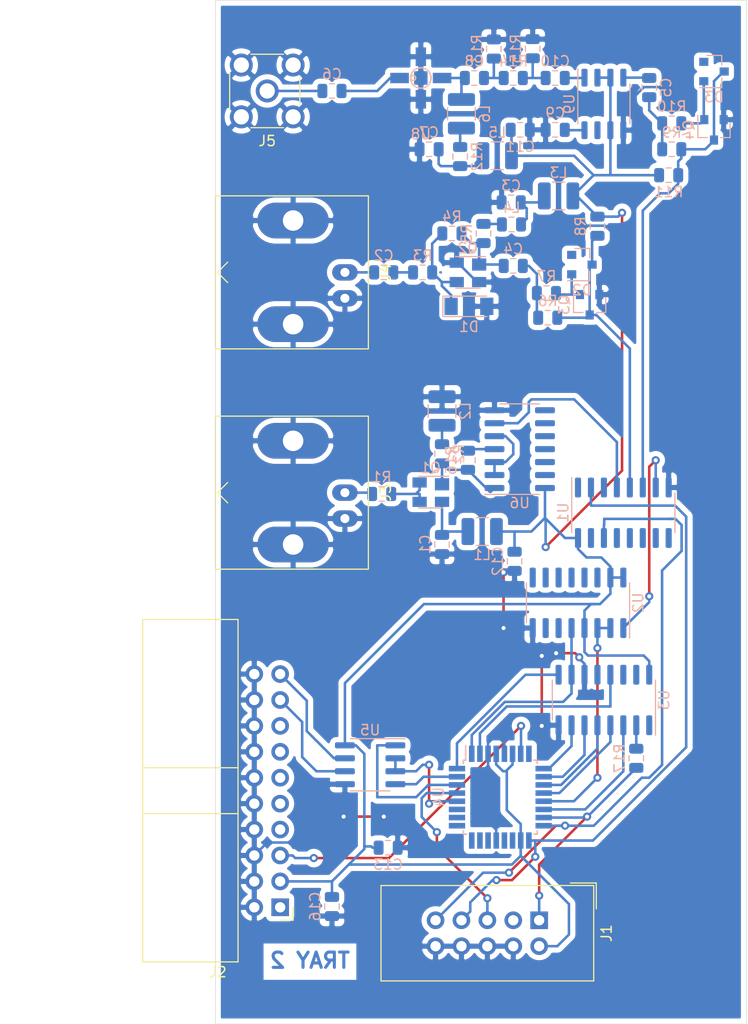
<source format=kicad_pcb>
(kicad_pcb (version 20171130) (host pcbnew 5.1.4)
  (layers (0 F.Cu signal) (31 B.Cu signal) (34 B.Paste user) (35 F.Paste user) (36 B.SilkS user) (37 F.SilkS user) (38 B.Mask user) (39 F.Mask user) (44 Edge.Cuts user))
  (net 0 "")
  (net 1 GND)
  (net 2 "Net-(C1-Pad1)")
  (net 3 "Net-(C2-Pad2)")
  (net 4 "Net-(C2-Pad1)")
  (net 5 "Net-(C3-Pad1)")
  (net 6 "Net-(C4-Pad2)")
  (net 7 "Net-(C4-Pad1)")
  (net 8 "Net-(C5-Pad2)")
  (net 9 "Net-(C5-Pad1)")
  (net 10 "Net-(C6-Pad2)")
  (net 11 "Net-(C6-Pad1)")
  (net 12 "Net-(C7-Pad1)")
  (net 13 "Net-(C8-Pad2)")
  (net 14 "Net-(C8-Pad1)")
  (net 15 "Net-(C9-Pad1)")
  (net 16 "Net-(C10-Pad2)")
  (net 17 "Net-(C10-Pad1)")
  (net 18 "Net-(D1-Pad1)")
  (net 19 "Net-(D2-Pad3)")
  (net 20 "Net-(D2-Pad2)")
  (net 21 "Net-(D2-Pad1)")
  (net 22 "Net-(D3-Pad3)")
  (net 23 "Net-(D3-Pad2)")
  (net 24 "Net-(D3-Pad1)")
  (net 25 "Net-(J1-Pad9)")
  (net 26 "Net-(J1-Pad7)")
  (net 27 "Net-(J1-Pad5)")
  (net 28 "Net-(J1-Pad3)")
  (net 29 VCC)
  (net 30 "Net-(J1-Pad1)")
  (net 31 "Net-(J2-Pad19)")
  (net 32 "Net-(J2-Pad17)")
  (net 33 "Net-(J2-Pad15)")
  (net 34 "Net-(J2-Pad13)")
  (net 35 "Net-(J2-Pad11)")
  (net 36 "Net-(J2-Pad9)")
  (net 37 "Net-(J2-Pad7)")
  (net 38 "Net-(J2-Pad5)")
  (net 39 "Net-(J2-Pad1)")
  (net 40 "Net-(J3-Pad1)")
  (net 41 "Net-(L2-Pad1)")
  (net 42 "Net-(L4-Pad2)")
  (net 43 "Net-(L6-Pad1)")
  (net 44 "Net-(Q1-Pad3)")
  (net 45 "Net-(Q1-Pad1)")
  (net 46 "Net-(U1-Pad13)")
  (net 47 "Net-(U1-Pad12)")
  (net 48 "Net-(U1-Pad10)")
  (net 49 "Net-(U1-Pad3)")
  (net 50 "Net-(U1-Pad1)")
  (net 51 "Net-(U2-Pad2)")
  (net 52 "Net-(U3-Pad15)")
  (net 53 "Net-(U3-Pad14)")
  (net 54 "Net-(U3-Pad13)")
  (net 55 "Net-(U3-Pad12)")
  (net 56 "Net-(U3-Pad9)")
  (net 57 "Net-(U3-Pad7)")
  (net 58 "Net-(U3-Pad6)")
  (net 59 "Net-(U3-Pad5)")
  (net 60 "Net-(U3-Pad4)")
  (net 61 "Net-(U3-Pad3)")
  (net 62 "Net-(U3-Pad1)")
  (net 63 "Net-(U4-Pad31)")
  (net 64 "Net-(U4-Pad30)")
  (net 65 "Net-(U4-Pad28)")
  (net 66 "Net-(U4-Pad27)")
  (net 67 "Net-(U4-Pad26)")
  (net 68 "Net-(U4-Pad25)")
  (net 69 "Net-(U4-Pad24)")
  (net 70 "Net-(U4-Pad23)")
  (net 71 "Net-(U4-Pad22)")
  (net 72 "Net-(U4-Pad20)")
  (net 73 "Net-(U4-Pad19)")
  (net 74 "Net-(U4-Pad8)")
  (net 75 "Net-(U6-Pad2)")
  (net 76 "Net-(U1-Pad15)")
  (net 77 "Net-(U1-Pad11)")
  (net 78 "Net-(U1-Pad9)")
  (net 79 "Net-(U1-Pad7)")
  (net 80 "Net-(U1-Pad4)")
  (net 81 "Net-(U2-Pad6)")
  (net 82 "Net-(U2-Pad5)")
  (net 83 "Net-(R16-Pad1)")
  (net 84 "Net-(U9-Pad7)")
  (net 85 "Net-(R17-Pad1)")
  (module Inductor_SMD:L_1210_3225Metric (layer B.Cu) (at 48.26 101.2975 90)
    (fp_text reference L6 (at 0 2.28 90) (layer B.SilkS) (effects (justify mirror)))
    (fp_text value 2u2)
    (pad 2 smd roundrect (at 1.4 0 90) (size 1.25 2.65) (layers B.Cu B.Paste B.Mask) (roundrect_rratio 0.2) (net 13 "Net-(C8-Pad2)"))
    (pad 1 smd roundrect (at -1.4 0 90) (size 1.25 2.65) (layers B.Cu B.Paste B.Mask) (roundrect_rratio 0.2) (net 43 "Net-(L6-Pad1)"))
  )
  (module Inductor_SMD:L_1210_3225Metric (layer B.Cu) (at 51.7675 105.41 180)
    (fp_text reference L5 (at 0 2.28) (layer B.SilkS) (effects (justify mirror)))
    (fp_text value 2u2)
    (pad 2 smd roundrect (at 1.4 0 180) (size 1.25 2.65) (layers B.Cu B.Paste B.Mask) (roundrect_rratio 0.2) (net 12 "Net-(C7-Pad1)"))
    (pad 1 smd roundrect (at -1.4 0 180) (size 1.25 2.65) (layers B.Cu B.Paste B.Mask) (roundrect_rratio 0.2) (net 29 VCC))
  )
  (module Inductor_SMD:L_1210_3225Metric (layer B.Cu) (at 57.785 109.347 180)
    (fp_text reference L3 (at 0 2.28) (layer B.SilkS) (effects (justify mirror)))
    (fp_text value 2u2)
    (pad 2 smd roundrect (at 1.4 0 180) (size 1.25 2.65) (layers B.Cu B.Paste B.Mask) (roundrect_rratio 0.2) (net 5 "Net-(C3-Pad1)"))
    (pad 1 smd roundrect (at -1.4 0 180) (size 1.25 2.65) (layers B.Cu B.Paste B.Mask) (roundrect_rratio 0.2) (net 29 VCC))
  )
  (module Inductor_SMD:L_1210_3225Metric (layer B.Cu) (at 46.355 130.426 90)
    (fp_text reference L2 (at 0 2.28 90) (layer B.SilkS) (effects (justify mirror)))
    (fp_text value 2u2)
    (pad 2 smd roundrect (at 1.4 0 90) (size 1.25 2.65) (layers B.Cu B.Paste B.Mask) (roundrect_rratio 0.2) (net 1 GND))
    (pad 1 smd roundrect (at -1.4 0 90) (size 1.25 2.65) (layers B.Cu B.Paste B.Mask) (roundrect_rratio 0.2) (net 41 "Net-(L2-Pad1)"))
  )
  (module Inductor_SMD:L_1210_3225Metric (layer B.Cu) (at 50.289 142.24)
    (fp_text reference L1 (at 0 2.28) (layer B.SilkS) (effects (justify mirror)))
    (fp_text value 2u2)
    (pad 2 smd roundrect (at 1.4 0) (size 1.25 2.65) (layers B.Cu B.Paste B.Mask) (roundrect_rratio 0.2) (net 29 VCC))
    (pad 1 smd roundrect (at -1.4 0) (size 1.25 2.65) (layers B.Cu B.Paste B.Mask) (roundrect_rratio 0.2) (net 2 "Net-(C1-Pad1)"))
  )
  (module Resistor_SMD:R_0805_2012Metric (layer B.Cu) (at 65.405 164.465 270)
    (fp_text reference R17 (at 0 1.65 270) (layer B.SilkS) (effects (justify mirror)))
    (fp_text value 1k)
    (pad 2 smd roundrect (at 0.9375 0 270) (size 0.975 1.4) (layers B.Cu B.Paste B.Mask) (net 30 "Net-(J1-Pad1)"))
    (pad 1 smd roundrect (at -0.9375 0 270) (size 0.975 1.4) (layers B.Cu B.Paste B.Mask) (net 85 "Net-(R17-Pad1)"))
  )
  (module Package_SO:SO-8_3.9x4.9mm_P1.27mm (layer B.Cu) (at 62.23 100.33 270)
    (fp_text reference U9 (at 0 3.4 90) (layer B.SilkS) (effects (justify mirror)))
    (fp_text value MC12032)
    (pad 8 smd roundrect (at 2.575 1.905 270) (size 1.75 0.6) (layers B.Cu B.Paste B.Mask) (net 15 "Net-(C9-Pad1)"))
    (pad 7 smd roundrect (at 2.575 0.635 270) (size 1.75 0.6) (layers B.Cu B.Paste B.Mask) (net 84 "Net-(U9-Pad7)"))
    (pad 6 smd roundrect (at 2.575 -0.635 270) (size 1.75 0.6) (layers B.Cu B.Paste B.Mask) (net 29 VCC))
    (pad 5 smd roundrect (at 2.575 -1.905 270) (size 1.75 0.6) (layers B.Cu B.Paste B.Mask) (net 1 GND))
    (pad 4 smd roundrect (at -2.575 -1.905 270) (size 1.75 0.6) (layers B.Cu B.Paste B.Mask) (net 8 "Net-(C5-Pad2)"))
    (pad 3 smd roundrect (at -2.575 -0.635 270) (size 1.75 0.6) (layers B.Cu B.Paste B.Mask) (net 29 VCC))
    (pad 2 smd roundrect (at -2.575 0.635 270) (size 1.75 0.6) (layers B.Cu B.Paste B.Mask) (net 29 VCC))
    (pad 1 smd roundrect (at -2.575 1.905 270) (size 1.75 0.6) (layers B.Cu B.Paste B.Mask) (net 17 "Net-(C10-Pad1)"))
  )
  (module Package_SO:SOIC-14_3.9x8.7mm_P1.27mm (layer B.Cu) (at 53.975 134.165)
    (fp_text reference U6 (at 0 5.28) (layer B.SilkS) (effects (justify mirror)))
    (fp_text value 74AC04)
    (pad 14 smd roundrect (at 2.475 3.81) (size 1.95 0.6) (layers B.Cu B.Paste B.Mask) (net 29 VCC))
    (pad 13 smd roundrect (at 2.475 2.54) (size 1.95 0.6) (layers B.Cu B.Paste B.Mask))
    (pad 12 smd roundrect (at 2.475 1.27) (size 1.95 0.6) (layers B.Cu B.Paste B.Mask))
    (pad 11 smd roundrect (at 2.475 0) (size 1.95 0.6) (layers B.Cu B.Paste B.Mask))
    (pad 10 smd roundrect (at 2.475 -1.27) (size 1.95 0.6) (layers B.Cu B.Paste B.Mask))
    (pad 9 smd roundrect (at 2.475 -2.54) (size 1.95 0.6) (layers B.Cu B.Paste B.Mask))
    (pad 8 smd roundrect (at 2.475 -3.81) (size 1.95 0.6) (layers B.Cu B.Paste B.Mask))
    (pad 7 smd roundrect (at -2.475 -3.81) (size 1.95 0.6) (layers B.Cu B.Paste B.Mask) (net 1 GND))
    (pad 6 smd roundrect (at -2.475 -2.54) (size 1.95 0.6) (layers B.Cu B.Paste B.Mask) (net 80 "Net-(U1-Pad4)"))
    (pad 5 smd roundrect (at -2.475 -1.27) (size 1.95 0.6) (layers B.Cu B.Paste B.Mask) (net 75 "Net-(U6-Pad2)"))
    (pad 4 smd roundrect (at -2.475 0) (size 1.95 0.6) (layers B.Cu B.Paste B.Mask) (net 83 "Net-(R16-Pad1)"))
    (pad 3 smd roundrect (at -2.475 1.27) (size 1.95 0.6) (layers B.Cu B.Paste B.Mask) (net 75 "Net-(U6-Pad2)"))
    (pad 2 smd roundrect (at -2.475 2.54) (size 1.95 0.6) (layers B.Cu B.Paste B.Mask) (net 75 "Net-(U6-Pad2)"))
    (pad 1 smd roundrect (at -2.475 3.81) (size 1.95 0.6) (layers B.Cu B.Paste B.Mask) (net 45 "Net-(Q1-Pad1)"))
  )
  (module Resistor_SMD:R_0805_2012Metric (layer B.Cu) (at 48.895 135.255 270)
    (fp_text reference R16 (at 0 1.65 90) (layer B.SilkS) (effects (justify mirror)))
    (fp_text value 2k2)
    (pad 2 smd roundrect (at 0.9375 0 270) (size 0.975 1.4) (layers B.Cu B.Paste B.Mask) (net 45 "Net-(Q1-Pad1)"))
    (pad 1 smd roundrect (at -0.9375 0 270) (size 0.975 1.4) (layers B.Cu B.Paste B.Mask) (net 83 "Net-(R16-Pad1)"))
  )
  (module Package_SO:SOIC-16_3.9x9.9mm_P1.27mm (layer B.Cu) (at 59.69 149.225 90)
    (fp_text reference U2 (at 0 5.9 90) (layer B.SilkS) (effects (justify mirror)))
    (fp_text value 74ACT112)
    (pad 16 smd roundrect (at 2.475 4.445 90) (size 1.95 0.6) (layers B.Cu B.Paste B.Mask) (net 29 VCC))
    (pad 15 smd roundrect (at 2.475 3.175 90) (size 1.95 0.6) (layers B.Cu B.Paste B.Mask) (net 29 VCC))
    (pad 14 smd roundrect (at 2.475 1.905 90) (size 1.95 0.6) (layers B.Cu B.Paste B.Mask))
    (pad 13 smd roundrect (at 2.475 0.635 90) (size 1.95 0.6) (layers B.Cu B.Paste B.Mask))
    (pad 12 smd roundrect (at 2.475 -0.635 90) (size 1.95 0.6) (layers B.Cu B.Paste B.Mask))
    (pad 11 smd roundrect (at 2.475 -1.905 90) (size 1.95 0.6) (layers B.Cu B.Paste B.Mask))
    (pad 10 smd roundrect (at 2.475 -3.175 90) (size 1.95 0.6) (layers B.Cu B.Paste B.Mask))
    (pad 9 smd roundrect (at 2.475 -4.445 90) (size 1.95 0.6) (layers B.Cu B.Paste B.Mask))
    (pad 8 smd roundrect (at -2.475 -4.445 90) (size 1.95 0.6) (layers B.Cu B.Paste B.Mask) (net 1 GND))
    (pad 7 smd roundrect (at -2.475 -3.175 90) (size 1.95 0.6) (layers B.Cu B.Paste B.Mask))
    (pad 6 smd roundrect (at -2.475 -1.905 90) (size 1.95 0.6) (layers B.Cu B.Paste B.Mask) (net 81 "Net-(U2-Pad6)"))
    (pad 5 smd roundrect (at -2.475 -0.635 90) (size 1.95 0.6) (layers B.Cu B.Paste B.Mask) (net 82 "Net-(U2-Pad5)"))
    (pad 4 smd roundrect (at -2.475 0.635 90) (size 1.95 0.6) (layers B.Cu B.Paste B.Mask) (net 29 VCC))
    (pad 3 smd roundrect (at -2.475 1.905 90) (size 1.95 0.6) (layers B.Cu B.Paste B.Mask) (net 51 "Net-(U2-Pad2)"))
    (pad 2 smd roundrect (at -2.475 3.175 90) (size 1.95 0.6) (layers B.Cu B.Paste B.Mask) (net 51 "Net-(U2-Pad2)"))
    (pad 1 smd roundrect (at -2.475 4.445 90) (size 1.95 0.6) (layers B.Cu B.Paste B.Mask) (net 79 "Net-(U1-Pad7)"))
  )
  (module Package_SO:SOIC-16_3.9x9.9mm_P1.27mm (layer B.Cu) (at 64.135 140.4 270)
    (fp_text reference U1 (at 0 5.9 90) (layer B.SilkS) (effects (justify mirror)))
    (fp_text value 74AC253)
    (pad 16 smd roundrect (at 2.475 4.445 270) (size 1.95 0.6) (layers B.Cu B.Paste B.Mask) (net 29 VCC))
    (pad 15 smd roundrect (at 2.475 3.175 270) (size 1.95 0.6) (layers B.Cu B.Paste B.Mask) (net 76 "Net-(U1-Pad15)"))
    (pad 14 smd roundrect (at 2.475 1.905 270) (size 1.95 0.6) (layers B.Cu B.Paste B.Mask) (net 25 "Net-(J1-Pad9)"))
    (pad 13 smd roundrect (at 2.475 0.635 270) (size 1.95 0.6) (layers B.Cu B.Paste B.Mask) (net 46 "Net-(U1-Pad13)"))
    (pad 12 smd roundrect (at 2.475 -0.635 270) (size 1.95 0.6) (layers B.Cu B.Paste B.Mask) (net 47 "Net-(U1-Pad12)"))
    (pad 11 smd roundrect (at 2.475 -1.905 270) (size 1.95 0.6) (layers B.Cu B.Paste B.Mask) (net 77 "Net-(U1-Pad11)"))
    (pad 10 smd roundrect (at 2.475 -3.175 270) (size 1.95 0.6) (layers B.Cu B.Paste B.Mask) (net 48 "Net-(U1-Pad10)"))
    (pad 9 smd roundrect (at 2.475 -4.445 270) (size 1.95 0.6) (layers B.Cu B.Paste B.Mask) (net 78 "Net-(U1-Pad9)"))
    (pad 8 smd roundrect (at -2.475 -4.445 270) (size 1.95 0.6) (layers B.Cu B.Paste B.Mask) (net 1 GND))
    (pad 7 smd roundrect (at -2.475 -3.175 270) (size 1.95 0.6) (layers B.Cu B.Paste B.Mask) (net 79 "Net-(U1-Pad7)"))
    (pad 6 smd roundrect (at -2.475 -1.905 270) (size 1.95 0.6) (layers B.Cu B.Paste B.Mask) (net 22 "Net-(D3-Pad3)"))
    (pad 5 smd roundrect (at -2.475 -0.635 270) (size 1.95 0.6) (layers B.Cu B.Paste B.Mask) (net 19 "Net-(D2-Pad3)"))
    (pad 4 smd roundrect (at -2.475 0.635 270) (size 1.95 0.6) (layers B.Cu B.Paste B.Mask) (net 80 "Net-(U1-Pad4)"))
    (pad 3 smd roundrect (at -2.475 1.905 270) (size 1.95 0.6) (layers B.Cu B.Paste B.Mask) (net 49 "Net-(U1-Pad3)"))
    (pad 2 smd roundrect (at -2.475 3.175 270) (size 1.95 0.6) (layers B.Cu B.Paste B.Mask) (net 26 "Net-(J1-Pad7)"))
    (pad 1 smd roundrect (at -2.475 4.445 270) (size 1.95 0.6) (layers B.Cu B.Paste B.Mask) (net 50 "Net-(U1-Pad1)"))
  )
  (module Capacitor_SMD:C_0805_2012Metric (layer B.Cu) (at 35.56 178.9915 270)
    (fp_text reference C16 (at 0 1.65 90) (layer B.SilkS) (effects (justify mirror)))
    (fp_text value 10u)
    (pad 2 smd roundrect (at 0.9375 0 270) (size 0.975 1.4) (layers B.Cu B.Paste B.Mask) (net 1 GND))
    (pad 1 smd roundrect (at -0.9375 0 270) (size 0.975 1.4) (layers B.Cu B.Paste B.Mask) (net 29 VCC))
  )
  (module Capacitor_SMD:C_0805_2012Metric (layer B.Cu) (at 41.0695 173.228)
    (fp_text reference C13 (at 0 1.65) (layer B.SilkS) (effects (justify mirror)))
    (fp_text value 100n)
    (pad 2 smd roundrect (at 0.9375 0) (size 0.975 1.4) (layers B.Cu B.Paste B.Mask) (net 1 GND))
    (pad 1 smd roundrect (at -0.9375 0) (size 0.975 1.4) (layers B.Cu B.Paste B.Mask) (net 29 VCC))
  )
  (module Capacitor_SMD:C_0805_2012Metric (layer B.Cu) (at 53.467 145.161 270)
    (fp_text reference C12 (at 0 1.65 90) (layer B.SilkS) (effects (justify mirror)))
    (fp_text value 100n)
    (pad 2 smd roundrect (at 0.9375 0 270) (size 0.975 1.4) (layers B.Cu B.Paste B.Mask) (net 1 GND))
    (pad 1 smd roundrect (at -0.9375 0 270) (size 0.975 1.4) (layers B.Cu B.Paste B.Mask) (net 29 VCC))
  )
  (module Capacitor_SMD:C_0805_2012Metric (layer B.Cu) (at 54.0235 102.87)
    (fp_text reference C11 (at 0 1.65) (layer B.SilkS) (effects (justify mirror)))
    (fp_text value 100n)
    (pad 2 smd roundrect (at 0.9375 0) (size 0.975 1.4) (layers B.Cu B.Paste B.Mask) (net 1 GND))
    (pad 1 smd roundrect (at -0.9375 0) (size 0.975 1.4) (layers B.Cu B.Paste B.Mask) (net 29 VCC))
  )
  (module tray2:WW107 (layer B.Cu) (at 44.275 97.79 180)
    (fp_text reference U8 (at 0 -5.5) (layer B.SilkS) (effects (justify mirror)))
    (fp_text value ERA-3)
    (pad RF_OUT smd rect (at -3 0 90) (size 1.02 1.83) (drill (offset 0 -0.915)) (layers B.Cu B.Paste B.Mask) (net 13 "Net-(C8-Pad2)"))
    (pad GND smd rect (at 0 3 180) (size 1.02 1.83) (drill (offset 0 -0.915)) (layers B.Cu B.Paste B.Mask) (net 1 GND))
    (pad RF_IN smd rect (at 3 0 270) (size 1.02 1.83) (drill (offset 0 -0.915)) (layers B.Cu B.Paste B.Mask) (net 11 "Net-(C6-Pad1)"))
    (pad GND smd rect (at 0 -3) (size 1.02 1.83) (drill (offset 0 -0.915)) (layers B.Cu B.Paste B.Mask) (net 1 GND))
  )
  (module Package_SO:SOIC-8_3.9x4.9mm_P1.27mm (layer B.Cu) (at 39.305 165.1 180)
    (fp_text reference U5 (at 0 3.4) (layer B.SilkS) (effects (justify mirror)))
    (fp_text value ST485EBDR)
    (pad 8 smd roundrect (at 2.475 1.905 180) (size 1.95 0.6) (layers B.Cu B.Paste B.Mask) (net 29 VCC))
    (pad 7 smd roundrect (at 2.475 0.635 180) (size 1.95 0.6) (layers B.Cu B.Paste B.Mask) (net 31 "Net-(J2-Pad19)"))
    (pad 6 smd roundrect (at 2.475 -0.635 180) (size 1.95 0.6) (layers B.Cu B.Paste B.Mask) (net 32 "Net-(J2-Pad17)"))
    (pad 5 smd roundrect (at 2.475 -1.905 180) (size 1.95 0.6) (layers B.Cu B.Paste B.Mask) (net 1 GND))
    (pad 4 smd roundrect (at -2.475 -1.905 180) (size 1.95 0.6) (layers B.Cu B.Paste B.Mask) (net 63 "Net-(U4-Pad31)"))
    (pad 3 smd roundrect (at -2.475 -0.635 180) (size 1.95 0.6) (layers B.Cu B.Paste B.Mask) (net 65 "Net-(U4-Pad28)"))
    (pad 2 smd roundrect (at -2.475 0.635 180) (size 1.95 0.6) (layers B.Cu B.Paste B.Mask) (net 65 "Net-(U4-Pad28)"))
    (pad 1 smd roundrect (at -2.475 1.905 180) (size 1.95 0.6) (layers B.Cu B.Paste B.Mask) (net 64 "Net-(U4-Pad30)"))
  )
  (module Package_QFP:TQFP-32_7x7mm_P0.8mm (layer B.Cu) (at 52.07 168.275 270)
    (fp_text reference U4 (at 0 6.05 90) (layer B.SilkS) (effects (justify mirror)))
    (fp_text value ATmega328-AU)
    (pad 32 smd rect (at -2.8 4.25 180) (size 1.6 0.55) (layers B.Cu B.Paste B.Mask) (net 56 "Net-(U3-Pad9)"))
    (pad 31 smd rect (at -2 4.25 180) (size 1.6 0.55) (layers B.Cu B.Paste B.Mask) (net 63 "Net-(U4-Pad31)"))
    (pad 30 smd rect (at -1.2 4.25 180) (size 1.6 0.55) (layers B.Cu B.Paste B.Mask) (net 64 "Net-(U4-Pad30)"))
    (pad 29 smd rect (at -0.4 4.25 180) (size 1.6 0.55) (layers B.Cu B.Paste B.Mask) (net 27 "Net-(J1-Pad5)"))
    (pad 28 smd rect (at 0.4 4.25 180) (size 1.6 0.55) (layers B.Cu B.Paste B.Mask) (net 65 "Net-(U4-Pad28)"))
    (pad 27 smd rect (at 1.2 4.25 180) (size 1.6 0.55) (layers B.Cu B.Paste B.Mask) (net 66 "Net-(U4-Pad27)"))
    (pad 26 smd rect (at 2 4.25 180) (size 1.6 0.55) (layers B.Cu B.Paste B.Mask) (net 67 "Net-(U4-Pad26)"))
    (pad 25 smd rect (at 2.8 4.25 180) (size 1.6 0.55) (layers B.Cu B.Paste B.Mask) (net 68 "Net-(U4-Pad25)"))
    (pad 24 smd rect (at 4.25 2.8 270) (size 1.6 0.55) (layers B.Cu B.Paste B.Mask) (net 69 "Net-(U4-Pad24)"))
    (pad 23 smd rect (at 4.25 2 270) (size 1.6 0.55) (layers B.Cu B.Paste B.Mask) (net 70 "Net-(U4-Pad23)"))
    (pad 22 smd rect (at 4.25 1.2 270) (size 1.6 0.55) (layers B.Cu B.Paste B.Mask) (net 71 "Net-(U4-Pad22)"))
    (pad 21 smd rect (at 4.25 0.4 270) (size 1.6 0.55) (layers B.Cu B.Paste B.Mask) (net 1 GND))
    (pad 20 smd rect (at 4.25 -0.4 270) (size 1.6 0.55) (layers B.Cu B.Paste B.Mask) (net 72 "Net-(U4-Pad20)"))
    (pad 19 smd rect (at 4.25 -1.2 270) (size 1.6 0.55) (layers B.Cu B.Paste B.Mask) (net 73 "Net-(U4-Pad19)"))
    (pad 18 smd rect (at 4.25 -2 270) (size 1.6 0.55) (layers B.Cu B.Paste B.Mask) (net 29 VCC))
    (pad 17 smd rect (at 4.25 -2.8 270) (size 1.6 0.55) (layers B.Cu B.Paste B.Mask) (net 26 "Net-(J1-Pad7)"))
    (pad 16 smd rect (at 2.8 -4.25 180) (size 1.6 0.55) (layers B.Cu B.Paste B.Mask) (net 25 "Net-(J1-Pad9)"))
    (pad 15 smd rect (at 2 -4.25 180) (size 1.6 0.55) (layers B.Cu B.Paste B.Mask) (net 30 "Net-(J1-Pad1)"))
    (pad 14 smd rect (at 1.2 -4.25 180) (size 1.6 0.55) (layers B.Cu B.Paste B.Mask) (net 61 "Net-(U3-Pad3)"))
    (pad 13 smd rect (at 0.4 -4.25 180) (size 1.6 0.55) (layers B.Cu B.Paste B.Mask) (net 51 "Net-(U2-Pad2)"))
    (pad 12 smd rect (at -0.4 -4.25 180) (size 1.6 0.55) (layers B.Cu B.Paste B.Mask) (net 60 "Net-(U3-Pad4)"))
    (pad 11 smd rect (at -1.2 -4.25 180) (size 1.6 0.55) (layers B.Cu B.Paste B.Mask) (net 59 "Net-(U3-Pad5)"))
    (pad 10 smd rect (at -2 -4.25 180) (size 1.6 0.55) (layers B.Cu B.Paste B.Mask) (net 58 "Net-(U3-Pad6)"))
    (pad 9 smd rect (at -2.8 -4.25 180) (size 1.6 0.55) (layers B.Cu B.Paste B.Mask) (net 57 "Net-(U3-Pad7)"))
    (pad 8 smd rect (at -4.25 -2.8 270) (size 1.6 0.55) (layers B.Cu B.Paste B.Mask) (net 74 "Net-(U4-Pad8)"))
    (pad 7 smd rect (at -4.25 -2 270) (size 1.6 0.55) (layers B.Cu B.Paste B.Mask) (net 38 "Net-(J2-Pad5)"))
    (pad 6 smd rect (at -4.25 -1.2 270) (size 1.6 0.55) (layers B.Cu B.Paste B.Mask) (net 29 VCC))
    (pad 5 smd rect (at -4.25 -0.4 270) (size 1.6 0.55) (layers B.Cu B.Paste B.Mask) (net 1 GND))
    (pad 4 smd rect (at -4.25 0.4 270) (size 1.6 0.55) (layers B.Cu B.Paste B.Mask) (net 29 VCC))
    (pad 3 smd rect (at -4.25 1.2 270) (size 1.6 0.55) (layers B.Cu B.Paste B.Mask) (net 1 GND))
    (pad 2 smd rect (at -4.25 2 270) (size 1.6 0.55) (layers B.Cu B.Paste B.Mask) (net 54 "Net-(U3-Pad13)"))
    (pad 1 smd rect (at -4.25 2.8 270) (size 1.6 0.55) (layers B.Cu B.Paste B.Mask) (net 82 "Net-(U2-Pad5)"))
  )
  (module Package_SO:SOIC-16_3.9x9.9mm_P1.27mm (layer B.Cu) (at 62.23 158.75 90)
    (fp_text reference U3 (at 0 5.9 90) (layer B.SilkS) (effects (justify mirror)))
    (fp_text value 4040)
    (pad 16 smd roundrect (at 2.475 4.445 90) (size 1.95 0.6) (layers B.Cu B.Paste B.Mask) (net 29 VCC))
    (pad 15 smd roundrect (at 2.475 3.175 90) (size 1.95 0.6) (layers B.Cu B.Paste B.Mask) (net 52 "Net-(U3-Pad15)"))
    (pad 14 smd roundrect (at 2.475 1.905 90) (size 1.95 0.6) (layers B.Cu B.Paste B.Mask) (net 53 "Net-(U3-Pad14)"))
    (pad 13 smd roundrect (at 2.475 0.635 90) (size 1.95 0.6) (layers B.Cu B.Paste B.Mask) (net 54 "Net-(U3-Pad13)"))
    (pad 12 smd roundrect (at 2.475 -0.635 90) (size 1.95 0.6) (layers B.Cu B.Paste B.Mask) (net 55 "Net-(U3-Pad12)"))
    (pad 11 smd roundrect (at 2.475 -1.905 90) (size 1.95 0.6) (layers B.Cu B.Paste B.Mask) (net 1 GND))
    (pad 10 smd roundrect (at 2.475 -3.175 90) (size 1.95 0.6) (layers B.Cu B.Paste B.Mask) (net 82 "Net-(U2-Pad5)"))
    (pad 9 smd roundrect (at 2.475 -4.445 90) (size 1.95 0.6) (layers B.Cu B.Paste B.Mask) (net 56 "Net-(U3-Pad9)"))
    (pad 8 smd roundrect (at -2.475 -4.445 90) (size 1.95 0.6) (layers B.Cu B.Paste B.Mask) (net 1 GND))
    (pad 7 smd roundrect (at -2.475 -3.175 90) (size 1.95 0.6) (layers B.Cu B.Paste B.Mask) (net 57 "Net-(U3-Pad7)"))
    (pad 6 smd roundrect (at -2.475 -1.905 90) (size 1.95 0.6) (layers B.Cu B.Paste B.Mask) (net 58 "Net-(U3-Pad6)"))
    (pad 5 smd roundrect (at -2.475 -0.635 90) (size 1.95 0.6) (layers B.Cu B.Paste B.Mask) (net 59 "Net-(U3-Pad5)"))
    (pad 4 smd roundrect (at -2.475 0.635 90) (size 1.95 0.6) (layers B.Cu B.Paste B.Mask) (net 60 "Net-(U3-Pad4)"))
    (pad 3 smd roundrect (at -2.475 1.905 90) (size 1.95 0.6) (layers B.Cu B.Paste B.Mask) (net 61 "Net-(U3-Pad3)"))
    (pad 2 smd roundrect (at -2.475 3.175 90) (size 1.95 0.6) (layers B.Cu B.Paste B.Mask) (net 85 "Net-(R17-Pad1)"))
    (pad 1 smd roundrect (at -2.475 4.445 90) (size 1.95 0.6) (layers B.Cu B.Paste B.Mask) (net 62 "Net-(U3-Pad1)"))
  )
  (module Resistor_SMD:R_0805_2012Metric (layer B.Cu) (at 55.245 94.9175 270)
    (fp_text reference R15 (at 0 1.65 90) (layer B.SilkS) (effects (justify mirror)))
    (fp_text value 150)
    (pad 2 smd roundrect (at 0.9375 0 270) (size 0.975 1.4) (layers B.Cu B.Paste B.Mask) (net 16 "Net-(C10-Pad2)"))
    (pad 1 smd roundrect (at -0.9375 0 270) (size 0.975 1.4) (layers B.Cu B.Paste B.Mask) (net 1 GND))
  )
  (module Resistor_SMD:R_0805_2012Metric (layer B.Cu) (at 53.34 97.79 180)
    (fp_text reference R14 (at 0 1.65) (layer B.SilkS) (effects (justify mirror)))
    (fp_text value 39)
    (pad 2 smd roundrect (at 0.9375 0 180) (size 0.975 1.4) (layers B.Cu B.Paste B.Mask) (net 14 "Net-(C8-Pad1)"))
    (pad 1 smd roundrect (at -0.9375 0 180) (size 0.975 1.4) (layers B.Cu B.Paste B.Mask) (net 16 "Net-(C10-Pad2)"))
  )
  (module Resistor_SMD:R_0805_2012Metric (layer B.Cu) (at 51.435 94.9475 270)
    (fp_text reference R13 (at 0 1.65 90) (layer B.SilkS) (effects (justify mirror)))
    (fp_text value 150)
    (pad 2 smd roundrect (at 0.9375 0 270) (size 0.975 1.4) (layers B.Cu B.Paste B.Mask) (net 14 "Net-(C8-Pad1)"))
    (pad 1 smd roundrect (at -0.9375 0 270) (size 0.975 1.4) (layers B.Cu B.Paste B.Mask) (net 1 GND))
  )
  (module Resistor_SMD:R_0805_2012Metric (layer B.Cu) (at 48.133 105.4885 90)
    (fp_text reference R12 (at 0 1.65 90) (layer B.SilkS) (effects (justify mirror)))
    (fp_text value 39)
    (pad 2 smd roundrect (at 0.9375 0 90) (size 0.975 1.4) (layers B.Cu B.Paste B.Mask) (net 43 "Net-(L6-Pad1)"))
    (pad 1 smd roundrect (at -0.9375 0 90) (size 0.975 1.4) (layers B.Cu B.Paste B.Mask) (net 12 "Net-(C7-Pad1)"))
  )
  (module Resistor_SMD:R_0805_2012Metric (layer B.Cu) (at 68.58 107.315)
    (fp_text reference R11 (at 0 1.65) (layer B.SilkS) (effects (justify mirror)))
    (fp_text value 330)
    (pad 2 smd roundrect (at 0.9375 0) (size 0.975 1.4) (layers B.Cu B.Paste B.Mask) (net 22 "Net-(D3-Pad3)"))
    (pad 1 smd roundrect (at -0.9375 0) (size 0.975 1.4) (layers B.Cu B.Paste B.Mask) (net 29 VCC))
  )
  (module Resistor_SMD:R_0805_2012Metric (layer B.Cu) (at 68.8825 102.235 180)
    (fp_text reference R10 (at 0 1.65) (layer B.SilkS) (effects (justify mirror)))
    (fp_text value 68)
    (pad 2 smd roundrect (at 0.9375 0 180) (size 0.975 1.4) (layers B.Cu B.Paste B.Mask) (net 9 "Net-(C5-Pad1)"))
    (pad 1 smd roundrect (at -0.9375 0 180) (size 0.975 1.4) (layers B.Cu B.Paste B.Mask) (net 24 "Net-(D3-Pad1)"))
  )
  (module Resistor_SMD:R_0805_2012Metric (layer B.Cu) (at 68.8825 104.775 180)
    (fp_text reference R9 (at 0 1.65) (layer B.SilkS) (effects (justify mirror)))
    (fp_text value 2k2)
    (pad 2 smd roundrect (at 0.9375 0 180) (size 0.975 1.4) (layers B.Cu B.Paste B.Mask) (net 9 "Net-(C5-Pad1)"))
    (pad 1 smd roundrect (at -0.9375 0 180) (size 0.975 1.4) (layers B.Cu B.Paste B.Mask) (net 22 "Net-(D3-Pad3)"))
  )
  (module Resistor_SMD:R_0805_2012Metric (layer B.Cu) (at 61.595 112.3165 270)
    (fp_text reference R8 (at 0 1.65 90) (layer B.SilkS) (effects (justify mirror)))
    (fp_text value 330)
    (pad 2 smd roundrect (at 0.9375 0 270) (size 0.975 1.4) (layers B.Cu B.Paste B.Mask) (net 19 "Net-(D2-Pad3)"))
    (pad 1 smd roundrect (at -0.9375 0 270) (size 0.975 1.4) (layers B.Cu B.Paste B.Mask) (net 29 VCC))
  )
  (module Resistor_SMD:R_0805_2012Metric (layer B.Cu) (at 56.5935 118.872 180)
    (fp_text reference R7 (at 0 1.65) (layer B.SilkS) (effects (justify mirror)))
    (fp_text value 68)
    (pad 2 smd roundrect (at 0.9375 0 180) (size 0.975 1.4) (layers B.Cu B.Paste B.Mask) (net 7 "Net-(C4-Pad1)"))
    (pad 1 smd roundrect (at -0.9375 0 180) (size 0.975 1.4) (layers B.Cu B.Paste B.Mask) (net 21 "Net-(D2-Pad1)"))
  )
  (module Resistor_SMD:R_0805_2012Metric (layer B.Cu) (at 56.7205 121.285 180)
    (fp_text reference R6 (at 0 1.65) (layer B.SilkS) (effects (justify mirror)))
    (fp_text value 2k2)
    (pad 2 smd roundrect (at 0.9375 0 180) (size 0.975 1.4) (layers B.Cu B.Paste B.Mask) (net 7 "Net-(C4-Pad1)"))
    (pad 1 smd roundrect (at -0.9375 0 180) (size 0.975 1.4) (layers B.Cu B.Paste B.Mask) (net 19 "Net-(D2-Pad3)"))
  )
  (module Resistor_SMD:R_0805_2012Metric (layer B.Cu) (at 50.419 113.03 270)
    (fp_text reference R5 (at 0 1.65 90) (layer B.SilkS) (effects (justify mirror)))
    (fp_text value 82)
    (pad 2 smd roundrect (at 0.9375 0 270) (size 0.975 1.4) (layers B.Cu B.Paste B.Mask) (net 6 "Net-(C4-Pad2)"))
    (pad 1 smd roundrect (at -0.9375 0 270) (size 0.975 1.4) (layers B.Cu B.Paste B.Mask) (net 42 "Net-(L4-Pad2)"))
  )
  (module Resistor_SMD:R_0805_2012Metric (layer B.Cu) (at 47.3225 113.03 180)
    (fp_text reference R4 (at 0 1.65) (layer B.SilkS) (effects (justify mirror)))
    (fp_text value 4k7)
    (pad 2 smd roundrect (at 0.9375 0 180) (size 0.975 1.4) (layers B.Cu B.Paste B.Mask) (net 18 "Net-(D1-Pad1)"))
    (pad 1 smd roundrect (at -0.9375 0 180) (size 0.975 1.4) (layers B.Cu B.Paste B.Mask) (net 6 "Net-(C4-Pad2)"))
  )
  (module Resistor_SMD:R_0805_2012Metric (layer B.Cu) (at 44.45 116.84 180)
    (fp_text reference R3 (at 0 1.65) (layer B.SilkS) (effects (justify mirror)))
    (fp_text value 33)
    (pad 2 smd roundrect (at 0.9375 0 180) (size 0.975 1.4) (layers B.Cu B.Paste B.Mask) (net 4 "Net-(C2-Pad1)"))
    (pad 1 smd roundrect (at -0.9375 0 180) (size 0.975 1.4) (layers B.Cu B.Paste B.Mask) (net 18 "Net-(D1-Pad1)"))
  )
  (module Resistor_SMD:R_0805_2012Metric (layer B.Cu) (at 46.355 134.62 90)
    (fp_text reference R2 (at 0 1.65 90) (layer B.SilkS) (effects (justify mirror)))
    (fp_text value 220)
    (pad 2 smd roundrect (at 0.9375 0 90) (size 0.975 1.4) (layers B.Cu B.Paste B.Mask) (net 41 "Net-(L2-Pad1)"))
    (pad 1 smd roundrect (at -0.9375 0 90) (size 0.975 1.4) (layers B.Cu B.Paste B.Mask) (net 45 "Net-(Q1-Pad1)"))
  )
  (module Resistor_SMD:R_0805_2012Metric (layer B.Cu) (at 40.4345 138.557 180)
    (fp_text reference R1 (at 0 1.65) (layer B.SilkS) (effects (justify mirror)))
    (fp_text value 470)
    (pad 2 smd roundrect (at 0.9375 0 180) (size 0.975 1.4) (layers B.Cu B.Paste B.Mask) (net 40 "Net-(J3-Pad1)"))
    (pad 1 smd roundrect (at -0.9375 0 180) (size 0.975 1.4) (layers B.Cu B.Paste B.Mask) (net 44 "Net-(Q1-Pad3)"))
  )
  (module Package_TO_SOT_SMD:SOT-23 (layer B.Cu) (at 73.025 102.87 270)
    (fp_text reference Q4 (at 0 2.5 90) (layer B.SilkS) (effects (justify mirror)))
    (fp_text value BC847)
    (pad 3 smd rect (at 1 0 270) (size 0.9 0.8) (layers B.Cu B.Paste B.Mask) (net 22 "Net-(D3-Pad3)"))
    (pad 2 smd rect (at -1 -0.95 270) (size 0.9 0.8) (layers B.Cu B.Paste B.Mask) (net 1 GND))
    (pad 1 smd rect (at -1 0.95 270) (size 0.9 0.8) (layers B.Cu B.Paste B.Mask) (net 24 "Net-(D3-Pad1)"))
  )
  (module Package_TO_SOT_SMD:SOT-23 (layer B.Cu) (at 60.833 120.015 270)
    (fp_text reference Q3 (at 0 2.5 90) (layer B.SilkS) (effects (justify mirror)))
    (fp_text value BC847)
    (pad 3 smd rect (at 1 0 270) (size 0.9 0.8) (layers B.Cu B.Paste B.Mask) (net 19 "Net-(D2-Pad3)"))
    (pad 2 smd rect (at -1 -0.95 270) (size 0.9 0.8) (layers B.Cu B.Paste B.Mask) (net 1 GND))
    (pad 1 smd rect (at -1 0.95 270) (size 0.9 0.8) (layers B.Cu B.Paste B.Mask) (net 21 "Net-(D2-Pad1)"))
  )
  (module Package_TO_SOT_SMD:SOT-143 (layer B.Cu) (at 48.895 116.84 180)
    (fp_text reference Q2 (at 0.02 2.38) (layer B.SilkS) (effects (justify mirror)))
    (fp_text value BFP196)
    (pad 4 smd rect (at 1.1 0.95 270) (size 1 1.4) (layers B.Cu B.Paste B.Mask) (net 1 GND))
    (pad 3 smd rect (at 1.1 -0.95 270) (size 1 1.4) (layers B.Cu B.Paste B.Mask) (net 18 "Net-(D1-Pad1)"))
    (pad 2 smd rect (at -1.1 -0.95 270) (size 1 1.4) (layers B.Cu B.Paste B.Mask) (net 1 GND))
    (pad 1 smd rect (at -1.1 0.77 270) (size 1.2 1.4) (layers B.Cu B.Paste B.Mask) (net 6 "Net-(C4-Pad2)"))
  )
  (module Package_TO_SOT_SMD:SOT-143 (layer B.Cu) (at 45.255 138.38 180)
    (fp_text reference Q1 (at 0.02 2.38) (layer B.SilkS) (effects (justify mirror)))
    (fp_text value BF998)
    (pad 4 smd rect (at 1.1 0.95 270) (size 1 1.4) (layers B.Cu B.Paste B.Mask) (net 44 "Net-(Q1-Pad3)"))
    (pad 3 smd rect (at 1.1 -0.95 270) (size 1 1.4) (layers B.Cu B.Paste B.Mask) (net 44 "Net-(Q1-Pad3)"))
    (pad 2 smd rect (at -1.1 -0.95 270) (size 1 1.4) (layers B.Cu B.Paste B.Mask) (net 2 "Net-(C1-Pad1)"))
    (pad 1 smd rect (at -1.1 0.77 270) (size 1.2 1.4) (layers B.Cu B.Paste B.Mask) (net 45 "Net-(Q1-Pad1)"))
  )
  (module Inductor_SMD:L_0805_2012Metric (layer B.Cu) (at 53.1645 112.141 180)
    (fp_text reference L4 (at 0 1.65) (layer B.SilkS) (effects (justify mirror)))
    (fp_text value 100n)
    (pad 2 smd roundrect (at 0.9375 0 180) (size 0.975 1.4) (layers B.Cu B.Paste B.Mask) (net 42 "Net-(L4-Pad2)"))
    (pad 1 smd roundrect (at -0.9375 0 180) (size 0.975 1.4) (layers B.Cu B.Paste B.Mask) (net 5 "Net-(C3-Pad1)"))
  )
  (module Connector_Coaxial:SMA_Molex_73251-2200_Horizontal (layer F.Cu) (at 29.21 99.06 90)
    (fp_text reference J5 (at -4.9 0) (layer F.SilkS))
    (fp_text value Conn_Coaxial)
    (pad 2 thru_hole circle (at -2.54 2.54 90) (size 2.25 2.25) (drill 1.5) (layers *.Cu *.Mask) (net 1 GND))
    (pad 2 thru_hole circle (at -2.54 -2.54 90) (size 2.25 2.25) (drill 1.5) (layers *.Cu *.Mask) (net 1 GND))
    (pad 2 thru_hole circle (at 2.54 -2.54 90) (size 2.25 2.25) (drill 1.5) (layers *.Cu *.Mask) (net 1 GND))
    (pad 2 thru_hole circle (at 2.54 2.54 180) (size 2.25 2.25) (drill 1.5) (layers *.Cu *.Mask) (net 1 GND))
    (pad 1 thru_hole circle (at 0 0 90) (size 2.25 2.25) (drill 1.5) (layers *.Cu *.Mask) (net 10 "Net-(C6-Pad2)"))
  )
  (module Connector_Coaxial:BNC_Amphenol_B6252HB-NPP3G-50_Horizontal (layer F.Cu) (at 36.83 116.84 90)
    (fp_text reference J4 (at 0 4 90) (layer F.SilkS))
    (fp_text value Conn_Coaxial)
    (pad 2 thru_hole oval (at -2.54 0 90) (size 1.6 2.5) (drill 0.89) (layers *.Cu *.Mask) (net 1 GND))
    (pad 1 thru_hole oval (at 0 0 90) (size 1.6 2.5) (drill 0.89) (layers *.Cu *.Mask) (net 3 "Net-(C2-Pad2)"))
    (pad 2 thru_hole oval (at 5.08 -5.08 90) (size 3.5 7) (drill 2.01) (layers *.Cu *.Mask) (net 1 GND))
    (pad 2 thru_hole oval (at -5.08 -5.08 90) (size 3.5 7) (drill 2.01) (layers *.Cu *.Mask) (net 1 GND))
  )
  (module Connector_Coaxial:BNC_Amphenol_B6252HB-NPP3G-50_Horizontal (layer F.Cu) (at 36.83 138.43 90)
    (fp_text reference J3 (at 0 4 90) (layer F.SilkS))
    (fp_text value Conn_Coaxial)
    (pad 2 thru_hole oval (at -2.54 0 90) (size 1.6 2.5) (drill 0.89) (layers *.Cu *.Mask) (net 1 GND))
    (pad 1 thru_hole oval (at 0 0 90) (size 1.6 2.5) (drill 0.89) (layers *.Cu *.Mask) (net 40 "Net-(J3-Pad1)"))
    (pad 2 thru_hole oval (at 5.08 -5.08 90) (size 3.5 7) (drill 2.01) (layers *.Cu *.Mask) (net 1 GND))
    (pad 2 thru_hole oval (at -5.08 -5.08 90) (size 3.5 7) (drill 2.01) (layers *.Cu *.Mask) (net 1 GND))
  )
  (module Connector_IDC:IDC-Header_2x10_P2.54mm_Horizontal (layer F.Cu) (at 30.48 179.07 180)
    (fp_text reference J2 (at 6.105 -6.35) (layer F.SilkS))
    (fp_text value Conn_02x10_Odd_Even)
    (pad 20 thru_hole oval (at 2.54 22.86 180) (size 1.7272 1.7272) (drill 1.016) (layers *.Cu *.Mask) (net 1 GND))
    (pad 19 thru_hole oval (at 0 22.86 180) (size 1.7272 1.7272) (drill 1.016) (layers *.Cu *.Mask) (net 31 "Net-(J2-Pad19)"))
    (pad 18 thru_hole oval (at 2.54 20.32 180) (size 1.7272 1.7272) (drill 1.016) (layers *.Cu *.Mask) (net 1 GND))
    (pad 17 thru_hole oval (at 0 20.32 180) (size 1.7272 1.7272) (drill 1.016) (layers *.Cu *.Mask) (net 32 "Net-(J2-Pad17)"))
    (pad 16 thru_hole oval (at 2.54 17.78 180) (size 1.7272 1.7272) (drill 1.016) (layers *.Cu *.Mask) (net 1 GND))
    (pad 15 thru_hole oval (at 0 17.78 180) (size 1.7272 1.7272) (drill 1.016) (layers *.Cu *.Mask) (net 33 "Net-(J2-Pad15)"))
    (pad 14 thru_hole oval (at 2.54 15.24 180) (size 1.7272 1.7272) (drill 1.016) (layers *.Cu *.Mask) (net 1 GND))
    (pad 13 thru_hole oval (at 0 15.24 180) (size 1.7272 1.7272) (drill 1.016) (layers *.Cu *.Mask) (net 34 "Net-(J2-Pad13)"))
    (pad 12 thru_hole oval (at 2.54 12.7 180) (size 1.7272 1.7272) (drill 1.016) (layers *.Cu *.Mask) (net 1 GND))
    (pad 11 thru_hole oval (at 0 12.7 180) (size 1.7272 1.7272) (drill 1.016) (layers *.Cu *.Mask) (net 35 "Net-(J2-Pad11)"))
    (pad 10 thru_hole oval (at 2.54 10.16 180) (size 1.7272 1.7272) (drill 1.016) (layers *.Cu *.Mask) (net 1 GND))
    (pad 9 thru_hole oval (at 0 10.16 180) (size 1.7272 1.7272) (drill 1.016) (layers *.Cu *.Mask) (net 36 "Net-(J2-Pad9)"))
    (pad 8 thru_hole oval (at 2.54 7.62 180) (size 1.7272 1.7272) (drill 1.016) (layers *.Cu *.Mask) (net 1 GND))
    (pad 7 thru_hole oval (at 0 7.62 180) (size 1.7272 1.7272) (drill 1.016) (layers *.Cu *.Mask) (net 37 "Net-(J2-Pad7)"))
    (pad 6 thru_hole oval (at 2.54 5.08 180) (size 1.7272 1.7272) (drill 1.016) (layers *.Cu *.Mask) (net 1 GND))
    (pad 5 thru_hole oval (at 0 5.08 180) (size 1.7272 1.7272) (drill 1.016) (layers *.Cu *.Mask) (net 38 "Net-(J2-Pad5)"))
    (pad 4 thru_hole oval (at 2.54 2.54 180) (size 1.7272 1.7272) (drill 1.016) (layers *.Cu *.Mask) (net 1 GND))
    (pad 3 thru_hole oval (at 0 2.54 180) (size 1.7272 1.7272) (drill 1.016) (layers *.Cu *.Mask) (net 29 VCC))
    (pad 2 thru_hole oval (at 2.54 0 180) (size 1.7272 1.7272) (drill 1.016) (layers *.Cu *.Mask) (net 1 GND))
    (pad 1 thru_hole rect (at 0 0 180) (size 1.7272 1.7272) (drill 1.016) (layers *.Cu *.Mask) (net 39 "Net-(J2-Pad1)"))
  )
  (module Connector_IDC:IDC-Header_2x05_P2.54mm_Vertical (layer F.Cu) (at 55.88 180.34 270)
    (fp_text reference J1 (at 1.27 -6.604 90) (layer F.SilkS))
    (fp_text value AVR-ISP-10)
    (pad 10 thru_hole oval (at 2.54 10.16 270) (size 1.7272 1.7272) (drill 1.016) (layers *.Cu *.Mask) (net 1 GND))
    (pad 9 thru_hole oval (at 0 10.16 270) (size 1.7272 1.7272) (drill 1.016) (layers *.Cu *.Mask) (net 25 "Net-(J1-Pad9)"))
    (pad 8 thru_hole oval (at 2.54 7.62 270) (size 1.7272 1.7272) (drill 1.016) (layers *.Cu *.Mask) (net 1 GND))
    (pad 7 thru_hole oval (at 0 7.62 270) (size 1.7272 1.7272) (drill 1.016) (layers *.Cu *.Mask) (net 26 "Net-(J1-Pad7)"))
    (pad 6 thru_hole oval (at 2.54 5.08 270) (size 1.7272 1.7272) (drill 1.016) (layers *.Cu *.Mask) (net 1 GND))
    (pad 5 thru_hole oval (at 0 5.08 270) (size 1.7272 1.7272) (drill 1.016) (layers *.Cu *.Mask) (net 27 "Net-(J1-Pad5)"))
    (pad 4 thru_hole oval (at 2.54 2.54 270) (size 1.7272 1.7272) (drill 1.016) (layers *.Cu *.Mask) (net 1 GND))
    (pad 3 thru_hole oval (at 0 2.54 270) (size 1.7272 1.7272) (drill 1.016) (layers *.Cu *.Mask) (net 28 "Net-(J1-Pad3)"))
    (pad 2 thru_hole oval (at 2.54 0 270) (size 1.7272 1.7272) (drill 1.016) (layers *.Cu *.Mask) (net 29 VCC))
    (pad 1 thru_hole rect (at 0 0 270) (size 1.7272 1.7272) (drill 1.016) (layers *.Cu *.Mask) (net 30 "Net-(J1-Pad1)"))
  )
  (module Package_TO_SOT_SMD:SOT-23 (layer B.Cu) (at 73.025 97.155)
    (fp_text reference D3 (at 0 2.5) (layer B.SilkS) (effects (justify mirror)))
    (fp_text value BAT54C)
    (pad 3 smd rect (at 1 0) (size 0.9 0.8) (layers B.Cu B.Paste B.Mask) (net 22 "Net-(D3-Pad3)"))
    (pad 2 smd rect (at -1 -0.95) (size 0.9 0.8) (layers B.Cu B.Paste B.Mask) (net 23 "Net-(D3-Pad2)"))
    (pad 1 smd rect (at -1 0.95) (size 0.9 0.8) (layers B.Cu B.Paste B.Mask) (net 24 "Net-(D3-Pad1)"))
  )
  (module Package_TO_SOT_SMD:SOT-23 (layer B.Cu) (at 60.071 116.078)
    (fp_text reference D2 (at 0 2.5) (layer B.SilkS) (effects (justify mirror)))
    (fp_text value BAT54C)
    (pad 3 smd rect (at 1 0) (size 0.9 0.8) (layers B.Cu B.Paste B.Mask) (net 19 "Net-(D2-Pad3)"))
    (pad 2 smd rect (at -1 -0.95) (size 0.9 0.8) (layers B.Cu B.Paste B.Mask) (net 20 "Net-(D2-Pad2)"))
    (pad 1 smd rect (at -1 0.95) (size 0.9 0.8) (layers B.Cu B.Paste B.Mask) (net 21 "Net-(D2-Pad1)"))
  )
  (module Diode_SMD:D_MiniMELF (layer B.Cu) (at 48.994 120.17)
    (fp_text reference D1 (at 0 2) (layer B.SilkS) (effects (justify mirror)))
    (fp_text value LL4148)
    (pad 2 smd rect (at 1.75 0) (size 1.3 1.7) (layers B.Cu B.Paste B.Mask) (net 1 GND))
    (pad 1 smd rect (at -1.75 0) (size 1.3 1.7) (layers B.Cu B.Paste B.Mask) (net 18 "Net-(D1-Pad1)"))
  )
  (module Capacitor_SMD:C_0805_2012Metric (layer B.Cu) (at 57.4525 97.79 180)
    (fp_text reference C10 (at 0 1.65) (layer B.SilkS) (effects (justify mirror)))
    (fp_text value 1n)
    (pad 2 smd roundrect (at 0.9375 0 180) (size 0.975 1.4) (layers B.Cu B.Paste B.Mask) (net 16 "Net-(C10-Pad2)"))
    (pad 1 smd roundrect (at -0.9375 0 180) (size 0.975 1.4) (layers B.Cu B.Paste B.Mask) (net 17 "Net-(C10-Pad1)"))
  )
  (module Capacitor_SMD:C_0805_2012Metric (layer B.Cu) (at 57.4525 102.87 180)
    (fp_text reference C9 (at 0 1.65) (layer B.SilkS) (effects (justify mirror)))
    (fp_text value 1n)
    (pad 2 smd roundrect (at 0.9375 0 180) (size 0.975 1.4) (layers B.Cu B.Paste B.Mask) (net 1 GND))
    (pad 1 smd roundrect (at -0.9375 0 180) (size 0.975 1.4) (layers B.Cu B.Paste B.Mask) (net 15 "Net-(C9-Pad1)"))
  )
  (module Capacitor_SMD:C_0805_2012Metric (layer B.Cu) (at 49.53 97.79 180)
    (fp_text reference C8 (at 0 1.65) (layer B.SilkS) (effects (justify mirror)))
    (fp_text value 470p)
    (pad 2 smd roundrect (at 0.9375 0 180) (size 0.975 1.4) (layers B.Cu B.Paste B.Mask) (net 13 "Net-(C8-Pad2)"))
    (pad 1 smd roundrect (at -0.9375 0 180) (size 0.975 1.4) (layers B.Cu B.Paste B.Mask) (net 14 "Net-(C8-Pad1)"))
  )
  (module Capacitor_SMD:C_0805_2012Metric (layer B.Cu) (at 45.085 104.775 180)
    (fp_text reference C7 (at 0 1.65) (layer B.SilkS) (effects (justify mirror)))
    (fp_text value 100n)
    (pad 2 smd roundrect (at 0.9375 0 180) (size 0.975 1.4) (layers B.Cu B.Paste B.Mask) (net 1 GND))
    (pad 1 smd roundrect (at -0.9375 0 180) (size 0.975 1.4) (layers B.Cu B.Paste B.Mask) (net 12 "Net-(C7-Pad1)"))
  )
  (module Capacitor_SMD:C_0805_2012Metric (layer B.Cu) (at 35.56 99.06 180)
    (fp_text reference C6 (at 0 1.65) (layer B.SilkS) (effects (justify mirror)))
    (fp_text value 470p)
    (pad 2 smd roundrect (at 0.9375 0 180) (size 0.975 1.4) (layers B.Cu B.Paste B.Mask) (net 10 "Net-(C6-Pad2)"))
    (pad 1 smd roundrect (at -0.9375 0 180) (size 0.975 1.4) (layers B.Cu B.Paste B.Mask) (net 11 "Net-(C6-Pad1)"))
  )
  (module Capacitor_SMD:C_0805_2012Metric (layer B.Cu) (at 66.675 98.7275 90)
    (fp_text reference C5 (at 0 1.65 90) (layer B.SilkS) (effects (justify mirror)))
    (fp_text value 100n)
    (pad 2 smd roundrect (at 0.9375 0 90) (size 0.975 1.4) (layers B.Cu B.Paste B.Mask) (net 8 "Net-(C5-Pad2)"))
    (pad 1 smd roundrect (at -0.9375 0 90) (size 0.975 1.4) (layers B.Cu B.Paste B.Mask) (net 9 "Net-(C5-Pad1)"))
  )
  (module Capacitor_SMD:C_0805_2012Metric (layer B.Cu) (at 53.34 116.205 180)
    (fp_text reference C4 (at 0 1.65) (layer B.SilkS) (effects (justify mirror)))
    (fp_text value 100n)
    (pad 2 smd roundrect (at 0.9375 0 180) (size 0.975 1.4) (layers B.Cu B.Paste B.Mask) (net 6 "Net-(C4-Pad2)"))
    (pad 1 smd roundrect (at -0.9375 0 180) (size 0.975 1.4) (layers B.Cu B.Paste B.Mask) (net 7 "Net-(C4-Pad1)"))
  )
  (module Capacitor_SMD:C_0805_2012Metric (layer B.Cu) (at 53.1345 109.982 180)
    (fp_text reference C3 (at 0 1.65) (layer B.SilkS) (effects (justify mirror)))
    (fp_text value 100n)
    (pad 2 smd roundrect (at 0.9375 0 180) (size 0.975 1.4) (layers B.Cu B.Paste B.Mask) (net 1 GND))
    (pad 1 smd roundrect (at -0.9375 0 180) (size 0.975 1.4) (layers B.Cu B.Paste B.Mask) (net 5 "Net-(C3-Pad1)"))
  )
  (module Capacitor_SMD:C_0805_2012Metric (layer B.Cu) (at 40.64 116.84 180)
    (fp_text reference C2 (at 0 1.65) (layer B.SilkS) (effects (justify mirror)))
    (fp_text value 100n)
    (pad 2 smd roundrect (at 0.9375 0 180) (size 0.975 1.4) (layers B.Cu B.Paste B.Mask) (net 3 "Net-(C2-Pad2)"))
    (pad 1 smd roundrect (at -0.9375 0 180) (size 0.975 1.4) (layers B.Cu B.Paste B.Mask) (net 4 "Net-(C2-Pad1)"))
  )
  (module Capacitor_SMD:C_0805_2012Metric (layer B.Cu) (at 46.355 143.51 270)
    (fp_text reference C1 (at 0 1.65 90) (layer B.SilkS) (effects (justify mirror)))
    (fp_text value 100n)
    (pad 2 smd roundrect (at 0.9375 0 270) (size 0.975 1.4) (layers B.Cu B.Paste B.Mask) (net 1 GND))
    (pad 1 smd roundrect (at -0.9375 0 270) (size 0.975 1.4) (layers B.Cu B.Paste B.Mask) (net 2 "Net-(C1-Pad1)"))
  )
  (gr_text "TRAY 2" (at 33.401 184.277) (layer B.Cu) (effects (font (size 1.5 1.5) (thickness 0.3)) (justify mirror)))
  (gr_line (start 76.2 190.5) (end 24.13 190.5) (layer Edge.Cuts) (width 0.05))
  (gr_line (start 76.2 190.373) (end 76.2 190.5) (layer Edge.Cuts) (width 0.05))
  (gr_line (start 76.2 90.17) (end 76.2 190.373) (layer Edge.Cuts) (width 0.05))
  (gr_line (start 24.13 90.17) (end 76.2 90.17) (layer Edge.Cuts) (width 0.05))
  (gr_line (start 24.13 190.5) (end 24.13 90.17) (layer Edge.Cuts) (width 0.05))
  (segment (start 46.228 116.84) (end 46.20001 116.84) (width 0.25) (layer B.Cu) (net 0))
  (segment (start 50.87 170.675) (end 50.87 165.075) (width 0.25) (layer B.Cu) (net 1))
  (segment (start 51.67 171.475) (end 50.87 170.675) (width 0.25) (layer B.Cu) (net 1))
  (segment (start 50.87 165.075) (end 50.87 164.025) (width 0.25) (layer B.Cu) (net 1))
  (segment (start 51.67 172.525) (end 51.67 171.475) (width 0.25) (layer B.Cu) (net 1))
  (segment (start 50.87 162.975) (end 51.285 162.56) (width 0.25) (layer B.Cu) (net 1))
  (segment (start 50.87 164.025) (end 50.87 162.975) (width 0.25) (layer B.Cu) (net 1))
  (segment (start 52.055 162.56) (end 52.47 162.975) (width 0.25) (layer B.Cu) (net 1))
  (segment (start 52.47 162.975) (end 52.47 164.025) (width 0.25) (layer B.Cu) (net 1))
  (segment (start 51.285 162.56) (end 52.055 162.56) (width 0.25) (layer B.Cu) (net 1))
  (segment (start 57.385 161.225) (end 57.32 161.29) (width 0.25) (layer B.Cu) (net 1))
  (segment (start 57.785 161.225) (end 57.385 161.225) (width 0.25) (layer B.Cu) (net 1))
  (segment (start 57.32 161.29) (end 56.134 161.29) (width 0.25) (layer B.Cu) (net 1))
  (via (at 56.134 161.29) (size 0.8) (drill 0.4) (layers F.Cu B.Cu) (net 1))
  (segment (start 56.134 161.29) (end 56.134 154.432) (width 0.25) (layer F.Cu) (net 1))
  (via (at 56.134 154.432) (size 0.8) (drill 0.4) (layers F.Cu B.Cu) (net 1))
  (segment (start 47.895 115.89) (end 47.795 115.89) (width 0.25) (layer B.Cu) (net 1))
  (segment (start 49.795 117.79) (end 47.895 115.89) (width 0.25) (layer B.Cu) (net 1))
  (segment (start 49.995 117.79) (end 49.795 117.79) (width 0.25) (layer B.Cu) (net 1))
  (segment (start 55.245 151.7) (end 52.389 151.7) (width 0.25) (layer B.Cu) (net 1))
  (via (at 52.389 151.7) (size 0.8) (drill 0.4) (layers F.Cu B.Cu) (net 1))
  (segment (start 52.389 151.7) (end 52.389 146.242) (width 0.25) (layer F.Cu) (net 1))
  (via (at 52.389 146.242) (size 0.8) (drill 0.4) (layers F.Cu B.Cu) (net 1))
  (segment (start 62.433 119.015) (end 63.5 117.948) (width 0.25) (layer B.Cu) (net 1))
  (segment (start 61.783 119.015) (end 62.433 119.015) (width 0.25) (layer B.Cu) (net 1))
  (segment (start 63.5 113.411) (end 62.357 112.268) (width 0.25) (layer B.Cu) (net 1))
  (segment (start 63.5 117.948) (end 63.5 113.411) (width 0.25) (layer B.Cu) (net 1))
  (segment (start 62.357 112.268) (end 59.69 112.268) (width 0.25) (layer B.Cu) (net 1))
  (segment (start 64.135 100.70065) (end 66.15665 98.679) (width 0.25) (layer B.Cu) (net 1))
  (segment (start 64.135 102.905) (end 64.135 100.70065) (width 0.25) (layer B.Cu) (net 1))
  (segment (start 66.15665 98.679) (end 68.58 98.679) (width 0.25) (layer B.Cu) (net 1))
  (segment (start 27.94 173.99) (end 29.21 172.72) (width 0.25) (layer B.Cu) (net 1))
  (segment (start 29.21 172.72) (end 33.02 172.72) (width 0.25) (layer B.Cu) (net 1))
  (segment (start 60.325 155.2) (end 59.817 154.692) (width 0.25) (layer B.Cu) (net 1))
  (segment (start 60.325 156.275) (end 60.325 155.2) (width 0.25) (layer B.Cu) (net 1))
  (segment (start 59.817 154.692) (end 59.817 154.559) (width 0.25) (layer B.Cu) (net 1))
  (via (at 59.812347 154.563653) (size 0.8) (drill 0.4) (layers F.Cu B.Cu) (net 1))
  (segment (start 59.817 154.559) (end 59.812347 154.563653) (width 0.25) (layer B.Cu) (net 1))
  (segment (start 59.412348 154.163654) (end 57.545346 154.163654) (width 0.25) (layer F.Cu) (net 1))
  (segment (start 59.812347 154.563653) (end 59.412348 154.163654) (width 0.25) (layer F.Cu) (net 1))
  (via (at 57.545346 154.163654) (size 0.8) (drill 0.4) (layers F.Cu B.Cu) (net 1))
  (via (at 40.64 170.18) (size 0.8) (drill 0.4) (layers F.Cu B.Cu) (net 1))
  (segment (start 40.64 170.18) (end 36.703 170.18) (width 0.25) (layer F.Cu) (net 1))
  (via (at 36.703 170.18) (size 0.8) (drill 0.4) (layers F.Cu B.Cu) (net 1))
  (segment (start 46.355 142.5725) (end 46.355 139.33) (width 0.25) (layer B.Cu) (net 2))
  (segment (start 46.6875 142.24) (end 46.355 142.5725) (width 0.25) (layer B.Cu) (net 2))
  (segment (start 48.889 142.24) (end 46.6875 142.24) (width 0.25) (layer B.Cu) (net 2))
  (segment (start 36.83 116.84) (end 39.7025 116.84) (width 0.25) (layer B.Cu) (net 3))
  (segment (start 41.5775 116.84) (end 43.5125 116.84) (width 0.25) (layer B.Cu) (net 4))
  (segment (start 54.628237 110.538237) (end 54.072 109.982) (width 0.25) (layer B.Cu) (net 5))
  (segment (start 54.658237 110.568237) (end 54.628237 110.538237) (width 0.25) (layer B.Cu) (net 5))
  (segment (start 54.658237 111.584763) (end 54.658237 110.568237) (width 0.25) (layer B.Cu) (net 5))
  (segment (start 54.102 112.141) (end 54.658237 111.584763) (width 0.25) (layer B.Cu) (net 5))
  (segment (start 55.75 109.982) (end 56.385 109.347) (width 0.25) (layer B.Cu) (net 5))
  (segment (start 54.072 109.982) (end 55.75 109.982) (width 0.25) (layer B.Cu) (net 5))
  (segment (start 49.995 114.3915) (end 50.419 113.9675) (width 0.25) (layer B.Cu) (net 6))
  (segment (start 49.995 116.07) (end 49.995 114.3915) (width 0.25) (layer B.Cu) (net 6))
  (segment (start 49.1975 113.9675) (end 50.419 113.9675) (width 0.25) (layer B.Cu) (net 6))
  (segment (start 48.26 113.03) (end 49.1975 113.9675) (width 0.25) (layer B.Cu) (net 6))
  (segment (start 52.2675 116.07) (end 52.4025 116.205) (width 0.25) (layer B.Cu) (net 6))
  (segment (start 49.995 116.07) (end 52.2675 116.07) (width 0.25) (layer B.Cu) (net 6))
  (segment (start 55.656 118.072) (end 55.656 118.872) (width 0.25) (layer B.Cu) (net 7))
  (segment (start 55.656 116.996) (end 55.656 118.072) (width 0.25) (layer B.Cu) (net 7))
  (segment (start 54.865 116.205) (end 55.656 116.996) (width 0.25) (layer B.Cu) (net 7))
  (segment (start 54.2775 116.205) (end 54.865 116.205) (width 0.25) (layer B.Cu) (net 7))
  (segment (start 55.656 121.158) (end 55.783 121.285) (width 0.25) (layer B.Cu) (net 7))
  (segment (start 55.656 118.872) (end 55.656 121.158) (width 0.25) (layer B.Cu) (net 7))
  (segment (start 66.64 97.755) (end 66.675 97.79) (width 0.25) (layer B.Cu) (net 8))
  (segment (start 64.135 97.755) (end 66.64 97.755) (width 0.25) (layer B.Cu) (net 8))
  (segment (start 66.675 100.965) (end 67.945 102.235) (width 0.25) (layer B.Cu) (net 9))
  (segment (start 66.675 99.665) (end 66.675 100.965) (width 0.25) (layer B.Cu) (net 9))
  (segment (start 67.945 103.975) (end 67.945 102.235) (width 0.25) (layer B.Cu) (net 9))
  (segment (start 67.945 104.775) (end 67.945 103.975) (width 0.25) (layer B.Cu) (net 9))
  (segment (start 29.21 99.06) (end 34.6225 99.06) (width 0.25) (layer B.Cu) (net 10))
  (segment (start 40.005 99.06) (end 41.275 97.79) (width 0.25) (layer B.Cu) (net 11))
  (segment (start 36.4975 99.06) (end 40.005 99.06) (width 0.25) (layer B.Cu) (net 11))
  (segment (start 48.133 106.426) (end 46.228 106.426) (width 0.25) (layer B.Cu) (net 12))
  (segment (start 46.0225 106.2205) (end 46.0225 104.775) (width 0.25) (layer B.Cu) (net 12))
  (segment (start 46.228 106.426) (end 46.0225 106.2205) (width 0.25) (layer B.Cu) (net 12))
  (segment (start 48.133 106.426) (end 49.657 106.426) (width 0.25) (layer B.Cu) (net 12))
  (segment (start 49.657 106.1205) (end 50.3675 105.41) (width 0.25) (layer B.Cu) (net 12))
  (segment (start 49.657 106.426) (end 49.657 106.1205) (width 0.25) (layer B.Cu) (net 12))
  (segment (start 47.275 97.79) (end 48.5925 97.79) (width 0.25) (layer B.Cu) (net 13))
  (segment (start 48.26 98.1225) (end 48.5925 97.79) (width 0.25) (layer B.Cu) (net 13))
  (segment (start 48.26 99.8975) (end 48.26 98.1225) (width 0.25) (layer B.Cu) (net 13))
  (segment (start 52.4025 97.79) (end 51.435 97.79) (width 0.25) (layer B.Cu) (net 14))
  (segment (start 51.435 95.885) (end 51.435 97.79) (width 0.25) (layer B.Cu) (net 14))
  (segment (start 51.435 97.79) (end 50.4675 97.79) (width 0.25) (layer B.Cu) (net 14))
  (segment (start 58.425 102.905) (end 58.39 102.87) (width 0.25) (layer B.Cu) (net 15))
  (segment (start 60.325 102.905) (end 58.425 102.905) (width 0.25) (layer B.Cu) (net 15))
  (segment (start 55.245 95.855) (end 55.245 96.4425) (width 0.25) (layer B.Cu) (net 16))
  (segment (start 54.2775 97.79) (end 55.245 97.79) (width 0.25) (layer B.Cu) (net 16))
  (segment (start 55.245 96.4425) (end 55.245 97.79) (width 0.25) (layer B.Cu) (net 16))
  (segment (start 55.245 97.79) (end 56.515 97.79) (width 0.25) (layer B.Cu) (net 16))
  (segment (start 60.29 97.79) (end 60.325 97.755) (width 0.25) (layer B.Cu) (net 17))
  (segment (start 58.39 97.79) (end 60.29 97.79) (width 0.25) (layer B.Cu) (net 17))
  (segment (start 46.3375 117.79) (end 46.3375 117.8385) (width 0.25) (layer B.Cu) (net 18))
  (segment (start 45.3875 116.84) (end 46.3375 117.79) (width 0.25) (layer B.Cu) (net 18))
  (segment (start 46.386 117.79) (end 47.795 117.79) (width 0.25) (layer B.Cu) (net 18))
  (segment (start 46.3375 117.8385) (end 46.386 117.79) (width 0.25) (layer B.Cu) (net 18))
  (segment (start 46.3375 118.1635) (end 46.3375 117.8385) (width 0.25) (layer B.Cu) (net 18))
  (segment (start 47.244 119.07) (end 46.3375 118.1635) (width 0.25) (layer B.Cu) (net 18))
  (segment (start 47.244 120.17) (end 47.244 119.07) (width 0.25) (layer B.Cu) (net 18))
  (segment (start 45.3875 114.0275) (end 46.385 113.03) (width 0.25) (layer B.Cu) (net 18))
  (segment (start 45.3875 116.84) (end 45.3875 114.0275) (width 0.25) (layer B.Cu) (net 18))
  (segment (start 60.563 121.285) (end 60.833 121.015) (width 0.25) (layer B.Cu) (net 19))
  (segment (start 57.658 121.285) (end 60.563 121.285) (width 0.25) (layer B.Cu) (net 19))
  (segment (start 60.833 116.316) (end 61.071 116.078) (width 0.25) (layer B.Cu) (net 19))
  (segment (start 60.833 121.015) (end 60.833 116.316) (width 0.25) (layer B.Cu) (net 19))
  (segment (start 61.071 113.778) (end 61.595 113.254) (width 0.25) (layer B.Cu) (net 19))
  (segment (start 61.071 116.078) (end 61.071 113.778) (width 0.25) (layer B.Cu) (net 19))
  (segment (start 61.483 121.015) (end 60.833 121.015) (width 0.25) (layer B.Cu) (net 19))
  (segment (start 64.77 124.302) (end 61.483 121.015) (width 0.25) (layer B.Cu) (net 19))
  (segment (start 64.77 137.925) (end 64.77 124.302) (width 0.25) (layer B.Cu) (net 19))
  (segment (start 57.674 119.015) (end 57.531 118.872) (width 0.25) (layer B.Cu) (net 21))
  (segment (start 59.071 118.888) (end 59.198 119.015) (width 0.25) (layer B.Cu) (net 21))
  (segment (start 59.883 119.015) (end 59.198 119.015) (width 0.25) (layer B.Cu) (net 21))
  (segment (start 59.071 117.028) (end 59.071 118.888) (width 0.25) (layer B.Cu) (net 21))
  (segment (start 59.198 119.015) (end 57.674 119.015) (width 0.25) (layer B.Cu) (net 21))
  (segment (start 73.025 103.92) (end 73.025 103.87) (width 0.25) (layer B.Cu) (net 22))
  (segment (start 72.17 104.775) (end 73.025 103.92) (width 0.25) (layer B.Cu) (net 22))
  (segment (start 69.82 104.775) (end 72.17 104.775) (width 0.25) (layer B.Cu) (net 22))
  (segment (start 73.975 97.155) (end 74.025 97.155) (width 0.25) (layer B.Cu) (net 22))
  (segment (start 73.025 98.105) (end 73.975 97.155) (width 0.25) (layer B.Cu) (net 22))
  (segment (start 73.025 103.87) (end 73.025 98.105) (width 0.25) (layer B.Cu) (net 22))
  (segment (start 68.58 109.093) (end 69.5175 108.1555) (width 0.25) (layer B.Cu) (net 22))
  (segment (start 67.7395 109.093) (end 68.58 109.093) (width 0.25) (layer B.Cu) (net 22))
  (segment (start 69.5175 108.1555) (end 69.5175 107.315) (width 0.25) (layer B.Cu) (net 22))
  (segment (start 66.04 137.925) (end 66.04 110.7925) (width 0.25) (layer B.Cu) (net 22))
  (segment (start 66.04 110.7925) (end 67.7395 109.093) (width 0.25) (layer B.Cu) (net 22))
  (segment (start 69.5175 107.315) (end 69.5175 105.9665) (width 0.25) (layer B.Cu) (net 22))
  (segment (start 69.82 105.664) (end 69.82 104.775) (width 0.25) (layer B.Cu) (net 22))
  (segment (start 69.5175 105.9665) (end 69.82 105.664) (width 0.25) (layer B.Cu) (net 22))
  (segment (start 72.025 101.82) (end 72.075 101.87) (width 0.25) (layer B.Cu) (net 24))
  (segment (start 72.025 98.105) (end 72.025 101.82) (width 0.25) (layer B.Cu) (net 24))
  (segment (start 71.71 102.235) (end 72.075 101.87) (width 0.25) (layer B.Cu) (net 24))
  (segment (start 69.82 102.235) (end 71.71 102.235) (width 0.25) (layer B.Cu) (net 24))
  (segment (start 62.23 141.605) (end 62.23 142.875) (width 0.25) (layer B.Cu) (net 25))
  (segment (start 62.26001 141.57499) (end 62.23 141.605) (width 0.25) (layer B.Cu) (net 25))
  (segment (start 62.26001 141.00001) (end 62.26001 141.57499) (width 0.25) (layer B.Cu) (net 25))
  (segment (start 68.61001 141.00001) (end 62.26001 141.00001) (width 0.25) (layer B.Cu) (net 25))
  (segment (start 68.808222 141.00001) (end 68.61001 141.00001) (width 0.25) (layer B.Cu) (net 25))
  (segment (start 69.85 141.605) (end 69.24501 141.00001) (width 0.25) (layer B.Cu) (net 25))
  (segment (start 69.85 144.145) (end 69.85 141.605) (width 0.25) (layer B.Cu) (net 25))
  (segment (start 61.23685 171.075) (end 65.94185 166.37) (width 0.25) (layer B.Cu) (net 25))
  (segment (start 56.32 171.075) (end 61.23685 171.075) (width 0.25) (layer B.Cu) (net 25))
  (segment (start 65.94185 166.37) (end 66.675 166.37) (width 0.25) (layer B.Cu) (net 25))
  (segment (start 69.24501 141.00001) (end 68.61001 141.00001) (width 0.25) (layer B.Cu) (net 25))
  (segment (start 66.675 166.37) (end 67.93501 165.10999) (width 0.25) (layer B.Cu) (net 25))
  (segment (start 67.93501 165.10999) (end 67.93501 146.05999) (width 0.25) (layer B.Cu) (net 25))
  (segment (start 67.93501 146.05999) (end 69.85 144.145) (width 0.25) (layer B.Cu) (net 25))
  (segment (start 50.382001 175.677999) (end 52.922001 175.677999) (width 0.25) (layer B.Cu) (net 25))
  (segment (start 45.72 180.34) (end 50.382001 175.677999) (width 0.25) (layer B.Cu) (net 25))
  (via (at 52.917348 175.673346) (size 0.8) (drill 0.4) (layers F.Cu B.Cu) (net 25))
  (segment (start 52.922001 175.677999) (end 52.917348 175.673346) (width 0.25) (layer B.Cu) (net 25))
  (segment (start 52.917348 175.673346) (end 57.521694 171.069) (width 0.25) (layer F.Cu) (net 25))
  (segment (start 57.521694 171.069) (end 58.42 171.069) (width 0.25) (layer F.Cu) (net 25))
  (via (at 58.42 171.069) (size 0.8) (drill 0.4) (layers F.Cu B.Cu) (net 25))
  (segment (start 60.96 139.7) (end 69.215 139.7) (width 0.25) (layer B.Cu) (net 26))
  (segment (start 70.300009 140.785009) (end 70.300009 163.381401) (width 0.25) (layer B.Cu) (net 26))
  (segment (start 60.96 137.925) (end 60.96 139.7) (width 0.25) (layer B.Cu) (net 26))
  (segment (start 69.215 139.7) (end 70.300009 140.785009) (width 0.25) (layer B.Cu) (net 26))
  (segment (start 70.300009 163.381401) (end 61.15641 172.525) (width 0.25) (layer B.Cu) (net 26))
  (segment (start 55.395 172.525) (end 54.87 172.525) (width 0.25) (layer B.Cu) (net 26))
  (segment (start 49.123599 179.476401) (end 49.123599 178.587401) (width 0.25) (layer B.Cu) (net 26))
  (segment (start 48.26 180.34) (end 49.123599 179.476401) (width 0.25) (layer B.Cu) (net 26))
  (segment (start 49.123599 178.587401) (end 51.308 176.403) (width 0.25) (layer B.Cu) (net 26))
  (segment (start 51.308 176.403) (end 51.689 176.403) (width 0.25) (layer B.Cu) (net 26))
  (via (at 51.689 176.403) (size 0.8) (drill 0.4) (layers F.Cu B.Cu) (net 26))
  (segment (start 51.689 176.403) (end 53.213 176.403) (width 0.25) (layer F.Cu) (net 26))
  (segment (start 53.213 176.403) (end 55.499 174.117) (width 0.25) (layer F.Cu) (net 26))
  (via (at 55.499 174.117) (size 0.8) (drill 0.4) (layers F.Cu B.Cu) (net 26))
  (segment (start 55.499 174.117) (end 55.499 172.593) (width 0.25) (layer B.Cu) (net 26))
  (segment (start 61.15641 172.525) (end 55.567 172.525) (width 0.25) (layer B.Cu) (net 26))
  (segment (start 55.499 172.593) (end 55.567 172.525) (width 0.25) (layer B.Cu) (net 26))
  (segment (start 55.567 172.525) (end 55.395 172.525) (width 0.25) (layer B.Cu) (net 26))
  (segment (start 50.8 180.34) (end 50.8 178.181) (width 0.25) (layer B.Cu) (net 27))
  (via (at 50.8 178.181) (size 0.8) (drill 0.4) (layers F.Cu B.Cu) (net 27))
  (segment (start 44.359999 168.366411) (end 44.359999 170.216999) (width 0.25) (layer B.Cu) (net 27))
  (segment (start 47.82 167.875) (end 44.85141 167.875) (width 0.25) (layer B.Cu) (net 27))
  (segment (start 44.85141 167.875) (end 44.359999 168.366411) (width 0.25) (layer B.Cu) (net 27))
  (segment (start 44.359999 170.216999) (end 45.847 171.704) (width 0.25) (layer B.Cu) (net 27))
  (via (at 45.847 171.704) (size 0.8) (drill 0.4) (layers F.Cu B.Cu) (net 27))
  (segment (start 45.847 173.228) (end 50.8 178.181) (width 0.25) (layer F.Cu) (net 27))
  (segment (start 45.847 171.704) (end 45.847 173.228) (width 0.25) (layer F.Cu) (net 27))
  (segment (start 53.27 165.075) (end 52.705 165.64) (width 0.25) (layer B.Cu) (net 29))
  (segment (start 53.27 164.025) (end 53.27 165.075) (width 0.25) (layer B.Cu) (net 29))
  (segment (start 52.705 165.64) (end 52.705 169.545) (width 0.25) (layer B.Cu) (net 29))
  (segment (start 54.07 170.91) (end 54.07 172.525) (width 0.25) (layer B.Cu) (net 29))
  (segment (start 52.705 169.545) (end 54.07 170.91) (width 0.25) (layer B.Cu) (net 29))
  (segment (start 51.67 165.075) (end 52.33 165.735) (width 0.25) (layer B.Cu) (net 29))
  (segment (start 51.67 164.025) (end 51.67 165.075) (width 0.25) (layer B.Cu) (net 29))
  (segment (start 52.33 165.735) (end 52.705 165.735) (width 0.25) (layer B.Cu) (net 29))
  (segment (start 60.325 154.051) (end 60.325 151.7) (width 0.25) (layer B.Cu) (net 29))
  (segment (start 60.669001 154.395001) (end 60.325 154.051) (width 0.25) (layer B.Cu) (net 29))
  (segment (start 66.130001 154.395001) (end 60.669001 154.395001) (width 0.25) (layer B.Cu) (net 29))
  (segment (start 66.675 156.275) (end 66.675 154.94) (width 0.25) (layer B.Cu) (net 29))
  (segment (start 66.675 154.94) (end 66.130001 154.395001) (width 0.25) (layer B.Cu) (net 29))
  (segment (start 64.135 146.75) (end 62.865 146.75) (width 0.25) (layer B.Cu) (net 29))
  (segment (start 62.865 146.75) (end 62.865 148.336) (width 0.25) (layer B.Cu) (net 29))
  (segment (start 62.865 148.336) (end 61.849 149.352) (width 0.25) (layer B.Cu) (net 29))
  (segment (start 60.325 149.987) (end 60.325 151.7) (width 0.25) (layer B.Cu) (net 29))
  (segment (start 60.96 149.352) (end 60.325 149.987) (width 0.25) (layer B.Cu) (net 29))
  (segment (start 56.45 140.908) (end 56.45 137.975) (width 0.25) (layer B.Cu) (net 29))
  (segment (start 55.118 142.24) (end 56.45 140.908) (width 0.25) (layer B.Cu) (net 29))
  (segment (start 59.69 142.875) (end 58.417 142.875) (width 0.25) (layer B.Cu) (net 29))
  (segment (start 62.865 145.675) (end 61.97 144.78) (width 0.25) (layer B.Cu) (net 29))
  (segment (start 62.865 146.75) (end 62.865 145.675) (width 0.25) (layer B.Cu) (net 29))
  (segment (start 60.52 144.78) (end 59.69 143.95) (width 0.25) (layer B.Cu) (net 29))
  (segment (start 59.69 143.95) (end 59.69 142.875) (width 0.25) (layer B.Cu) (net 29))
  (segment (start 61.97 144.78) (end 60.52 144.78) (width 0.25) (layer B.Cu) (net 29))
  (segment (start 36.83 157.099) (end 44.577 149.352) (width 0.25) (layer B.Cu) (net 29))
  (segment (start 36.83 163.195) (end 36.83 157.099) (width 0.25) (layer B.Cu) (net 29))
  (segment (start 61.849 149.352) (end 61.341 149.352) (width 0.25) (layer B.Cu) (net 29))
  (segment (start 44.577 149.352) (end 61.341 149.352) (width 0.25) (layer B.Cu) (net 29))
  (segment (start 61.341 149.352) (end 60.96 149.352) (width 0.25) (layer B.Cu) (net 29))
  (segment (start 36.83 163.195) (end 37.905 163.195) (width 0.25) (layer B.Cu) (net 29))
  (segment (start 37.905 163.195) (end 38.735 164.025) (width 0.25) (layer B.Cu) (net 29))
  (segment (start 30.48 176.53) (end 35.56 176.53) (width 0.25) (layer B.Cu) (net 29))
  (segment (start 54.07 172.525) (end 54.07 174.022) (width 0.25) (layer B.Cu) (net 29))
  (segment (start 54.07 174.022) (end 53.213 174.879) (width 0.25) (layer B.Cu) (net 29))
  (segment (start 53.213 174.879) (end 37.211 174.879) (width 0.25) (layer B.Cu) (net 29))
  (segment (start 37.211 174.879) (end 38.735 173.355) (width 0.25) (layer B.Cu) (net 29))
  (segment (start 55.88 182.88) (end 57.658 182.88) (width 0.25) (layer B.Cu) (net 29))
  (segment (start 57.658 182.88) (end 58.801 181.737) (width 0.25) (layer B.Cu) (net 29))
  (segment (start 58.801 178.753) (end 54.07 174.022) (width 0.25) (layer B.Cu) (net 29))
  (segment (start 58.801 181.737) (end 58.801 178.753) (width 0.25) (layer B.Cu) (net 29))
  (segment (start 59.563 109.347) (end 59.185 109.347) (width 0.25) (layer B.Cu) (net 29))
  (segment (start 61.595 111.379) (end 59.563 109.347) (width 0.25) (layer B.Cu) (net 29))
  (segment (start 62.865 97.755) (end 61.595 97.755) (width 0.25) (layer B.Cu) (net 29))
  (segment (start 61.217 107.315) (end 59.185 109.347) (width 0.25) (layer B.Cu) (net 29))
  (segment (start 62.865 103.88) (end 62.865 107.315) (width 0.25) (layer B.Cu) (net 29))
  (segment (start 62.865 102.905) (end 62.865 103.88) (width 0.25) (layer B.Cu) (net 29))
  (segment (start 67.6425 107.315) (end 62.865 107.315) (width 0.25) (layer B.Cu) (net 29))
  (segment (start 62.865 107.315) (end 61.217 107.315) (width 0.25) (layer B.Cu) (net 29))
  (segment (start 59.312 105.41) (end 61.217 107.315) (width 0.25) (layer B.Cu) (net 29))
  (segment (start 61.595 111.379) (end 63.627 111.379) (width 0.25) (layer B.Cu) (net 29))
  (via (at 64.008 110.998) (size 0.8) (drill 0.4) (layers F.Cu B.Cu) (net 29))
  (segment (start 63.627 111.379) (end 64.008 110.998) (width 0.25) (layer B.Cu) (net 29))
  (segment (start 64.008 110.998) (end 64.008 136.271) (width 0.25) (layer F.Cu) (net 29))
  (segment (start 64.008 136.271) (end 56.515 143.764) (width 0.25) (layer F.Cu) (net 29))
  (via (at 56.515 143.764) (size 0.8) (drill 0.4) (layers F.Cu B.Cu) (net 29))
  (segment (start 56.515 141.224) (end 56.6405 141.0985) (width 0.25) (layer B.Cu) (net 29))
  (segment (start 58.417 142.875) (end 56.6405 141.0985) (width 0.25) (layer B.Cu) (net 29))
  (segment (start 56.515 143.764) (end 56.515 141.224) (width 0.25) (layer B.Cu) (net 29))
  (segment (start 56.6405 141.0985) (end 56.45 140.908) (width 0.25) (layer B.Cu) (net 29))
  (segment (start 54.61 105.41) (end 59.312 105.41) (width 0.25) (layer B.Cu) (net 29))
  (segment (start 53.1675 105.41) (end 54.61 105.41) (width 0.25) (layer B.Cu) (net 29))
  (segment (start 62.865 102.905) (end 62.865 97.755) (width 0.25) (layer B.Cu) (net 29))
  (segment (start 53.1675 102.9515) (end 53.086 102.87) (width 0.25) (layer B.Cu) (net 29))
  (segment (start 53.1675 105.41) (end 53.1675 102.9515) (width 0.25) (layer B.Cu) (net 29))
  (segment (start 53.467 143.636) (end 53.467 142.24) (width 0.25) (layer B.Cu) (net 29))
  (segment (start 53.467 144.2235) (end 53.467 143.636) (width 0.25) (layer B.Cu) (net 29))
  (segment (start 51.689 142.24) (end 53.467 142.24) (width 0.25) (layer B.Cu) (net 29))
  (segment (start 53.467 142.24) (end 55.118 142.24) (width 0.25) (layer B.Cu) (net 29))
  (segment (start 39.5445 173.228) (end 39.4175 173.101) (width 0.25) (layer B.Cu) (net 29))
  (segment (start 39.4175 173.101) (end 38.735 173.101) (width 0.25) (layer B.Cu) (net 29))
  (segment (start 40.132 173.228) (end 39.5445 173.228) (width 0.25) (layer B.Cu) (net 29))
  (segment (start 38.735 164.025) (end 38.735 173.101) (width 0.25) (layer B.Cu) (net 29))
  (segment (start 38.735 173.101) (end 38.735 173.355) (width 0.25) (layer B.Cu) (net 29))
  (segment (start 35.56 176.53) (end 35.6235 176.4665) (width 0.25) (layer B.Cu) (net 29))
  (segment (start 35.56 178.054) (end 35.56 176.53) (width 0.25) (layer B.Cu) (net 29))
  (segment (start 35.6235 176.4665) (end 37.211 174.879) (width 0.25) (layer B.Cu) (net 29))
  (segment (start 56.32 170.275) (end 60.23 170.275) (width 0.25) (layer B.Cu) (net 30))
  (segment (start 60.5325 170.275) (end 60.23 170.275) (width 0.25) (layer B.Cu) (net 30))
  (segment (start 65.405 165.4025) (end 60.5325 170.275) (width 0.25) (layer B.Cu) (net 30))
  (segment (start 55.88 180.34) (end 55.88 179.2264) (width 0.25) (layer B.Cu) (net 30))
  (segment (start 55.88 179.2264) (end 55.88 177.927) (width 0.25) (layer B.Cu) (net 30))
  (via (at 55.88 177.927) (size 0.8) (drill 0.4) (layers F.Cu B.Cu) (net 30))
  (segment (start 55.88 177.927) (end 55.88 174.879) (width 0.25) (layer F.Cu) (net 30))
  (segment (start 55.88 174.879) (end 60.579 170.18) (width 0.25) (layer F.Cu) (net 30))
  (via (at 60.579 170.18) (size 0.8) (drill 0.4) (layers F.Cu B.Cu) (net 30))
  (segment (start 33.08901 158.81901) (end 31.343599 157.073599) (width 0.25) (layer B.Cu) (net 31))
  (segment (start 33.08901 161.79901) (end 33.08901 158.81901) (width 0.25) (layer B.Cu) (net 31))
  (segment (start 31.343599 157.073599) (end 30.48 156.21) (width 0.25) (layer B.Cu) (net 31))
  (segment (start 35.755 164.465) (end 33.08901 161.79901) (width 0.25) (layer B.Cu) (net 31))
  (segment (start 36.83 164.465) (end 35.755 164.465) (width 0.25) (layer B.Cu) (net 31))
  (segment (start 36.83 165.735) (end 34.036 165.735) (width 0.25) (layer B.Cu) (net 32))
  (segment (start 34.036 165.735) (end 32.639 164.338) (width 0.25) (layer B.Cu) (net 32))
  (segment (start 32.639 160.909) (end 30.48 158.75) (width 0.25) (layer B.Cu) (net 32))
  (segment (start 32.639 164.338) (end 32.639 160.909) (width 0.25) (layer B.Cu) (net 32))
  (segment (start 31.701314 173.99) (end 31.955314 174.244) (width 0.25) (layer B.Cu) (net 38))
  (segment (start 30.48 173.99) (end 31.701314 173.99) (width 0.25) (layer B.Cu) (net 38))
  (segment (start 31.955314 174.244) (end 33.782 174.244) (width 0.25) (layer B.Cu) (net 38))
  (via (at 33.782 174.244) (size 0.8) (drill 0.4) (layers F.Cu B.Cu) (net 38))
  (segment (start 33.782 174.244) (end 41.148 174.244) (width 0.25) (layer F.Cu) (net 38))
  (segment (start 41.148 174.244) (end 54.102 161.29) (width 0.25) (layer F.Cu) (net 38))
  (via (at 54.102 161.29) (size 0.8) (drill 0.4) (layers F.Cu B.Cu) (net 38))
  (segment (start 54.102 163.993) (end 54.07 164.025) (width 0.25) (layer B.Cu) (net 38))
  (segment (start 54.102 161.29) (end 54.102 163.993) (width 0.25) (layer B.Cu) (net 38))
  (segment (start 39.37 138.43) (end 39.497 138.557) (width 0.25) (layer B.Cu) (net 40))
  (segment (start 36.83 138.43) (end 39.37 138.43) (width 0.25) (layer B.Cu) (net 40))
  (segment (start 46.355 133.6825) (end 46.355 131.826) (width 0.25) (layer B.Cu) (net 41))
  (segment (start 52.1785 112.0925) (end 52.227 112.141) (width 0.25) (layer B.Cu) (net 42))
  (segment (start 50.419 112.0925) (end 52.1785 112.0925) (width 0.25) (layer B.Cu) (net 42))
  (segment (start 48.133 102.8245) (end 48.26 102.6975) (width 0.25) (layer B.Cu) (net 43))
  (segment (start 48.133 104.551) (end 48.133 102.8245) (width 0.25) (layer B.Cu) (net 43))
  (segment (start 44.155 138.18) (end 44.155 137.43) (width 0.25) (layer B.Cu) (net 44))
  (segment (start 43.778 138.557) (end 44.155 138.18) (width 0.25) (layer B.Cu) (net 44))
  (segment (start 41.372 138.557) (end 43.778 138.557) (width 0.25) (layer B.Cu) (net 44))
  (segment (start 44.132 138.557) (end 43.778 138.557) (width 0.25) (layer B.Cu) (net 44))
  (segment (start 44.155 138.58) (end 44.132 138.557) (width 0.25) (layer B.Cu) (net 44))
  (segment (start 44.155 139.33) (end 44.155 138.58) (width 0.25) (layer B.Cu) (net 44))
  (segment (start 46.355 137.61) (end 46.355 135.5575) (width 0.25) (layer B.Cu) (net 45))
  (segment (start 46.99 136.1925) (end 46.355 135.5575) (width 0.25) (layer B.Cu) (net 45))
  (segment (start 48.895 136.1925) (end 46.99 136.1925) (width 0.25) (layer B.Cu) (net 45))
  (segment (start 51.04821 138.34571) (end 49.451237 136.748737) (width 0.25) (layer B.Cu) (net 45))
  (segment (start 49.451237 136.748737) (end 48.895 136.1925) (width 0.25) (layer B.Cu) (net 45))
  (segment (start 51.12929 138.34571) (end 51.04821 138.34571) (width 0.25) (layer B.Cu) (net 45))
  (segment (start 51.5 137.975) (end 51.12929 138.34571) (width 0.25) (layer B.Cu) (net 45))
  (segment (start 62.865 151.7) (end 61.595 151.7) (width 0.25) (layer B.Cu) (net 51))
  (segment (start 61.595 151.065) (end 61.595 153.67) (width 0.25) (layer B.Cu) (net 51))
  (via (at 61.595 153.67) (size 0.8) (drill 0.4) (layers F.Cu B.Cu) (net 51))
  (segment (start 61.595 154.305) (end 61.595 166.37) (width 0.25) (layer F.Cu) (net 51))
  (via (at 61.595 166.37) (size 0.8) (drill 0.4) (layers F.Cu B.Cu) (net 51))
  (segment (start 59.29 168.675) (end 61.595 166.37) (width 0.25) (layer B.Cu) (net 51))
  (segment (start 56.32 168.675) (end 59.29 168.675) (width 0.25) (layer B.Cu) (net 51))
  (segment (start 61.595 154.305) (end 61.595 153.67) (width 0.25) (layer F.Cu) (net 51))
  (segment (start 62.865 156.275) (end 62.865 159.385) (width 0.25) (layer B.Cu) (net 54))
  (segment (start 62.865 159.385) (end 52.705 159.385) (width 0.25) (layer B.Cu) (net 54))
  (segment (start 50.07 162.02) (end 50.07 164.025) (width 0.25) (layer B.Cu) (net 54))
  (segment (start 52.705 159.385) (end 50.07 162.02) (width 0.25) (layer B.Cu) (net 54))
  (segment (start 47.82 164.95) (end 47.82 165.475) (width 0.25) (layer B.Cu) (net 56))
  (segment (start 47.82 162.99718) (end 47.82 164.95) (width 0.25) (layer B.Cu) (net 56))
  (segment (start 54.54218 156.275) (end 47.82 162.99718) (width 0.25) (layer B.Cu) (net 56))
  (segment (start 57.785 156.275) (end 54.54218 156.275) (width 0.25) (layer B.Cu) (net 56))
  (segment (start 56.845 165.475) (end 56.32 165.475) (width 0.25) (layer B.Cu) (net 57))
  (segment (start 59.055 163.265) (end 56.845 165.475) (width 0.25) (layer B.Cu) (net 57))
  (segment (start 59.055 161.225) (end 59.055 163.265) (width 0.25) (layer B.Cu) (net 57))
  (segment (start 60.325 161.225) (end 60.325 164.141768) (width 0.25) (layer B.Cu) (net 58))
  (segment (start 58.191768 166.275) (end 56.32 166.275) (width 0.25) (layer B.Cu) (net 58))
  (segment (start 60.325 164.141768) (end 58.191768 166.275) (width 0.25) (layer B.Cu) (net 58))
  (segment (start 61.595 163.508178) (end 61.595 162.3) (width 0.25) (layer B.Cu) (net 59))
  (segment (start 61.595 162.3) (end 61.595 161.225) (width 0.25) (layer B.Cu) (net 59))
  (segment (start 58.028178 167.075) (end 61.595 163.508178) (width 0.25) (layer B.Cu) (net 59))
  (segment (start 56.32 167.075) (end 58.028178 167.075) (width 0.25) (layer B.Cu) (net 59))
  (segment (start 62.865 162.3) (end 62.865 161.225) (width 0.25) (layer B.Cu) (net 60))
  (segment (start 62.865 162.874588) (end 62.865 162.3) (width 0.25) (layer B.Cu) (net 60))
  (segment (start 57.864588 167.875) (end 62.865 162.874588) (width 0.25) (layer B.Cu) (net 60))
  (segment (start 56.32 167.875) (end 57.864588 167.875) (width 0.25) (layer B.Cu) (net 60))
  (segment (start 56.32 169.475) (end 57.855 169.475) (width 0.25) (layer B.Cu) (net 61))
  (segment (start 64.135 161.225) (end 64.135 165.735) (width 0.25) (layer B.Cu) (net 61))
  (segment (start 57.855 169.475) (end 60.395 169.475) (width 0.25) (layer B.Cu) (net 61))
  (segment (start 60.395 169.475) (end 63.5 166.37) (width 0.25) (layer B.Cu) (net 61))
  (segment (start 63.5 166.37) (end 64.135 165.735) (width 0.25) (layer B.Cu) (net 61))
  (segment (start 47.82 166.275) (end 44.545 166.275) (width 0.25) (layer B.Cu) (net 63))
  (segment (start 43.815 167.005) (end 41.78 167.005) (width 0.25) (layer B.Cu) (net 63))
  (segment (start 44.545 166.275) (end 43.815 167.005) (width 0.25) (layer B.Cu) (net 63))
  (segment (start 41.78 163.195) (end 40.005 163.195) (width 0.25) (layer B.Cu) (net 64))
  (segment (start 40.005 163.195) (end 40.005 168.275) (width 0.25) (layer B.Cu) (net 64))
  (segment (start 40.005 168.275) (end 43.815 168.275) (width 0.25) (layer B.Cu) (net 64))
  (segment (start 45.015 167.075) (end 47.82 167.075) (width 0.25) (layer B.Cu) (net 64))
  (segment (start 43.815 168.275) (end 45.015 167.075) (width 0.25) (layer B.Cu) (net 64))
  (segment (start 41.78 164.465) (end 41.78 165.735) (width 0.25) (layer B.Cu) (net 65))
  (segment (start 41.78 165.735) (end 43.815 165.735) (width 0.25) (layer B.Cu) (net 65))
  (segment (start 43.815 165.735) (end 44.45 165.1) (width 0.25) (layer B.Cu) (net 65))
  (segment (start 44.45 165.1) (end 45.085 165.1) (width 0.25) (layer B.Cu) (net 65))
  (via (at 45.085 165.1) (size 0.8) (drill 0.4) (layers F.Cu B.Cu) (net 65))
  (segment (start 45.085 165.1) (end 45.085 168.91) (width 0.25) (layer F.Cu) (net 65))
  (via (at 45.085 168.91) (size 0.8) (drill 0.4) (layers F.Cu B.Cu) (net 65))
  (segment (start 45.32 168.675) (end 45.085 168.91) (width 0.25) (layer B.Cu) (net 65))
  (segment (start 47.82 168.675) (end 45.32 168.675) (width 0.25) (layer B.Cu) (net 65))
  (segment (start 51.5 136.705) (end 51.5 135.435) (width 0.25) (layer B.Cu) (net 75))
  (segment (start 52.575 135.435) (end 53.34 134.67) (width 0.25) (layer B.Cu) (net 75))
  (segment (start 51.5 135.435) (end 52.575 135.435) (width 0.25) (layer B.Cu) (net 75))
  (segment (start 52.575 132.895) (end 51.5 132.895) (width 0.25) (layer B.Cu) (net 75))
  (segment (start 53.34 133.66) (end 52.575 132.895) (width 0.25) (layer B.Cu) (net 75))
  (segment (start 53.34 134.67) (end 53.34 133.66) (width 0.25) (layer B.Cu) (net 75))
  (segment (start 64.135 151.7) (end 66.675 149.16) (width 0.25) (layer B.Cu) (net 79))
  (via (at 66.675 148.59) (size 0.8) (drill 0.4) (layers F.Cu B.Cu) (net 79))
  (segment (start 66.675 149.16) (end 66.675 148.59) (width 0.25) (layer B.Cu) (net 79))
  (segment (start 66.675 148.59) (end 66.675 135.89) (width 0.25) (layer F.Cu) (net 79))
  (segment (start 66.675 135.89) (end 67.31 135.255) (width 0.25) (layer F.Cu) (net 79))
  (via (at 67.31 135.255) (size 0.8) (drill 0.4) (layers F.Cu B.Cu) (net 79))
  (segment (start 67.31 137.925) (end 67.31 135.255) (width 0.25) (layer B.Cu) (net 79))
  (segment (start 53.795 131.625) (end 54.864 130.556) (width 0.25) (layer B.Cu) (net 80))
  (segment (start 51.5 131.625) (end 53.795 131.625) (width 0.25) (layer B.Cu) (net 80))
  (segment (start 54.864 130.556) (end 54.864 129.54) (width 0.25) (layer B.Cu) (net 80))
  (segment (start 54.864 129.54) (end 55.118 129.286) (width 0.25) (layer B.Cu) (net 80))
  (segment (start 55.118 129.286) (end 59.309 129.286) (width 0.25) (layer B.Cu) (net 80))
  (segment (start 63.5 133.477) (end 63.5 137.925) (width 0.25) (layer B.Cu) (net 80))
  (segment (start 59.309 129.286) (end 63.5 133.477) (width 0.25) (layer B.Cu) (net 80))
  (segment (start 59.055 151.7) (end 59.055 156.275) (width 0.25) (layer B.Cu) (net 82))
  (segment (start 49.27 162.18359) (end 49.27 164.025) (width 0.25) (layer B.Cu) (net 82))
  (segment (start 52.518599 158.934991) (end 49.27 162.18359) (width 0.25) (layer B.Cu) (net 82))
  (segment (start 58.23501 158.93499) (end 52.518599 158.934991) (width 0.25) (layer B.Cu) (net 82))
  (segment (start 59.055 156.275) (end 59.055 158.115) (width 0.25) (layer B.Cu) (net 82))
  (segment (start 59.055 158.115) (end 58.23501 158.93499) (width 0.25) (layer B.Cu) (net 82))
  (segment (start 49.0475 134.165) (end 48.895 134.3175) (width 0.25) (layer B.Cu) (net 83))
  (segment (start 51.5 134.165) (end 49.0475 134.165) (width 0.25) (layer B.Cu) (net 83))
  (segment (start 65.405 163.5275) (end 65.405 161.225) (width 0.25) (layer B.Cu) (net 85))
  (zone (net 1) (net_name GND) (layer B.Cu) (connect_pads (clearance 0.508)) (min_thickness 0.254) (fill yes (arc_segments 32) (thermal_gap 0.508) (thermal_bridge_width 0.508))
    (polygon (pts (xy 24.13 90.17) (xy 76.2 90.17) (xy 76.2 190.5) (xy 24.13 190.5)))
  )
)
</source>
